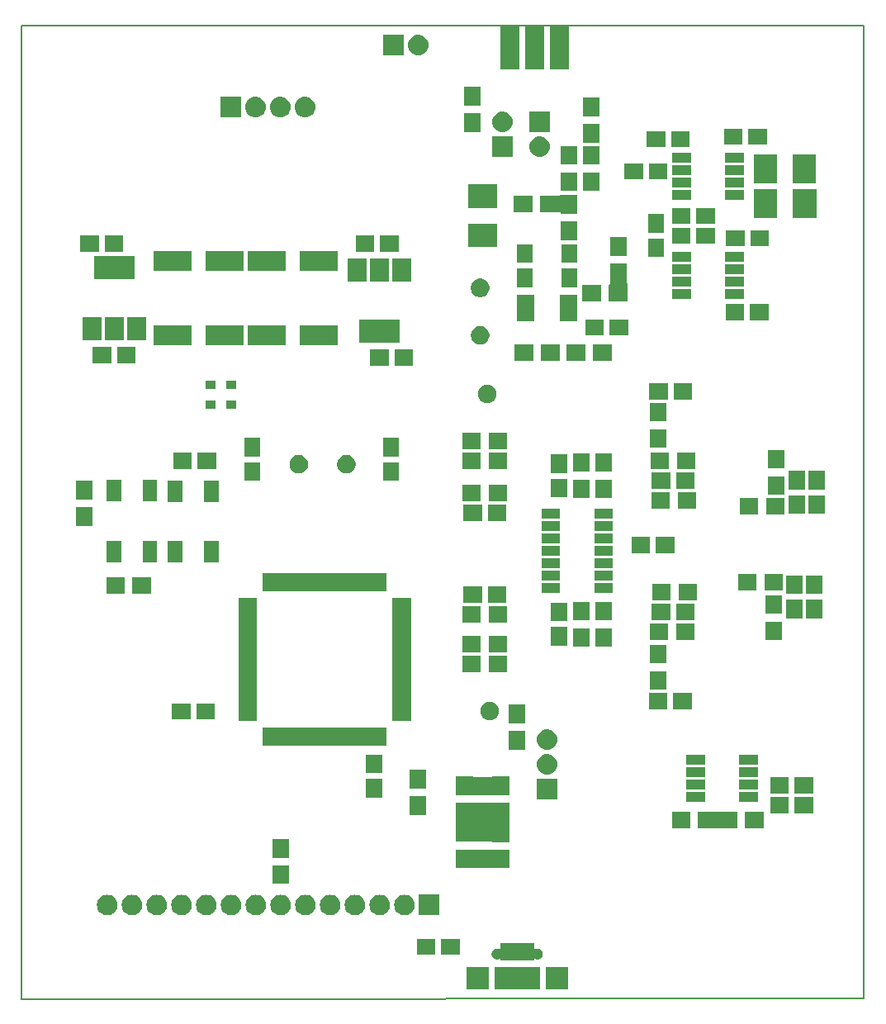
<source format=gts>
G04 #@! TF.GenerationSoftware,KiCad,Pcbnew,(5.0.1)-3*
G04 #@! TF.CreationDate,2018-12-03T23:59:26+01:00*
G04 #@! TF.ProjectId,antennaanalyzernx,616E74656E6E61616E616C797A65726E,rev?*
G04 #@! TF.SameCoordinates,Original*
G04 #@! TF.FileFunction,Soldermask,Top*
G04 #@! TF.FilePolarity,Negative*
%FSLAX46Y46*%
G04 Gerber Fmt 4.6, Leading zero omitted, Abs format (unit mm)*
G04 Created by KiCad (PCBNEW (5.0.1)-3) date 2018-12-03 23:59:26*
%MOMM*%
%LPD*%
G01*
G04 APERTURE LIST*
%ADD10C,0.150000*%
%ADD11C,0.100000*%
G04 APERTURE END LIST*
D10*
X21336000Y-119811800D02*
X21336000Y-19989800D01*
X107696000Y-119781800D02*
X21336000Y-119811800D01*
X107696000Y-19989800D02*
X107696000Y-119781800D01*
X21336000Y-19989800D02*
X107696000Y-19989800D01*
D11*
G36*
X69236000Y-118810800D02*
X66936000Y-118810800D01*
X66936000Y-116510800D01*
X69236000Y-116510800D01*
X69236000Y-118810800D01*
X69236000Y-118810800D01*
G37*
G36*
X74486000Y-118810800D02*
X69786000Y-118810800D01*
X69786000Y-116510800D01*
X74486000Y-116510800D01*
X74486000Y-118810800D01*
X74486000Y-118810800D01*
G37*
G36*
X77336000Y-118810800D02*
X75036000Y-118810800D01*
X75036000Y-116510800D01*
X77336000Y-116510800D01*
X77336000Y-118810800D01*
X77336000Y-118810800D01*
G37*
G36*
X73836000Y-114583739D02*
X73838402Y-114608125D01*
X73845515Y-114631574D01*
X73857066Y-114653185D01*
X73872612Y-114672127D01*
X73891554Y-114687673D01*
X73913165Y-114699224D01*
X73936614Y-114706337D01*
X73961000Y-114708739D01*
X73985386Y-114706337D01*
X74008831Y-114699225D01*
X74050571Y-114681936D01*
X74121410Y-114667845D01*
X74156829Y-114660800D01*
X74265171Y-114660800D01*
X74300590Y-114667845D01*
X74371429Y-114681936D01*
X74471523Y-114723397D01*
X74561607Y-114783589D01*
X74638211Y-114860193D01*
X74638213Y-114860196D01*
X74698403Y-114950277D01*
X74739864Y-115050371D01*
X74761000Y-115156630D01*
X74761000Y-115264970D01*
X74739864Y-115371229D01*
X74698403Y-115471323D01*
X74638211Y-115561407D01*
X74561607Y-115638011D01*
X74561604Y-115638013D01*
X74471523Y-115698203D01*
X74371429Y-115739664D01*
X74322120Y-115749472D01*
X74265171Y-115760800D01*
X74156829Y-115760800D01*
X74099880Y-115749472D01*
X74050571Y-115739664D01*
X74008831Y-115722375D01*
X73985387Y-115715263D01*
X73961000Y-115712861D01*
X73936614Y-115715263D01*
X73913165Y-115722376D01*
X73891554Y-115733927D01*
X73872612Y-115749472D01*
X73857066Y-115768415D01*
X73845515Y-115790025D01*
X73838402Y-115813474D01*
X73836000Y-115837861D01*
X73836000Y-115860800D01*
X70436000Y-115860800D01*
X70436000Y-115837861D01*
X70433598Y-115813475D01*
X70426485Y-115790026D01*
X70414934Y-115768415D01*
X70399388Y-115749473D01*
X70380446Y-115733927D01*
X70358835Y-115722376D01*
X70335386Y-115715263D01*
X70311000Y-115712861D01*
X70286614Y-115715263D01*
X70263169Y-115722375D01*
X70221429Y-115739664D01*
X70172120Y-115749472D01*
X70115171Y-115760800D01*
X70006829Y-115760800D01*
X69949880Y-115749472D01*
X69900571Y-115739664D01*
X69800477Y-115698203D01*
X69710396Y-115638013D01*
X69710393Y-115638011D01*
X69633789Y-115561407D01*
X69573597Y-115471323D01*
X69532136Y-115371229D01*
X69511000Y-115264970D01*
X69511000Y-115156630D01*
X69532136Y-115050371D01*
X69573597Y-114950277D01*
X69633787Y-114860196D01*
X69633789Y-114860193D01*
X69710393Y-114783589D01*
X69800477Y-114723397D01*
X69900571Y-114681936D01*
X69971410Y-114667845D01*
X70006829Y-114660800D01*
X70115171Y-114660800D01*
X70150590Y-114667845D01*
X70221429Y-114681936D01*
X70263169Y-114699225D01*
X70286613Y-114706337D01*
X70311000Y-114708739D01*
X70335386Y-114706337D01*
X70358835Y-114699224D01*
X70380446Y-114687673D01*
X70399388Y-114672128D01*
X70414934Y-114653185D01*
X70426485Y-114631575D01*
X70433598Y-114608126D01*
X70436000Y-114583739D01*
X70436000Y-114110800D01*
X73836000Y-114110800D01*
X73836000Y-114583739D01*
X73836000Y-114583739D01*
G37*
G36*
X66228000Y-115302800D02*
X64328000Y-115302800D01*
X64328000Y-113652800D01*
X66228000Y-113652800D01*
X66228000Y-115302800D01*
X66228000Y-115302800D01*
G37*
G36*
X63728000Y-115302800D02*
X61828000Y-115302800D01*
X61828000Y-113652800D01*
X63728000Y-113652800D01*
X63728000Y-115302800D01*
X63728000Y-115302800D01*
G37*
G36*
X50534707Y-109139396D02*
X50611836Y-109146993D01*
X50743787Y-109187020D01*
X50809763Y-109207033D01*
X50992172Y-109304533D01*
X51152054Y-109435746D01*
X51283267Y-109595628D01*
X51380767Y-109778037D01*
X51380767Y-109778038D01*
X51440807Y-109975964D01*
X51461080Y-110181800D01*
X51440807Y-110387636D01*
X51400780Y-110519587D01*
X51380767Y-110585563D01*
X51283267Y-110767972D01*
X51152054Y-110927854D01*
X50992172Y-111059067D01*
X50809763Y-111156567D01*
X50743787Y-111176580D01*
X50611836Y-111216607D01*
X50534707Y-111224204D01*
X50457580Y-111231800D01*
X50354420Y-111231800D01*
X50277293Y-111224204D01*
X50200164Y-111216607D01*
X50068213Y-111176580D01*
X50002237Y-111156567D01*
X49819828Y-111059067D01*
X49659946Y-110927854D01*
X49528733Y-110767972D01*
X49431233Y-110585563D01*
X49411220Y-110519587D01*
X49371193Y-110387636D01*
X49350920Y-110181800D01*
X49371193Y-109975964D01*
X49431233Y-109778038D01*
X49431233Y-109778037D01*
X49528733Y-109595628D01*
X49659946Y-109435746D01*
X49819828Y-109304533D01*
X50002237Y-109207033D01*
X50068213Y-109187020D01*
X50200164Y-109146993D01*
X50277293Y-109139396D01*
X50354420Y-109131800D01*
X50457580Y-109131800D01*
X50534707Y-109139396D01*
X50534707Y-109139396D01*
G37*
G36*
X60694707Y-109139396D02*
X60771836Y-109146993D01*
X60903787Y-109187020D01*
X60969763Y-109207033D01*
X61152172Y-109304533D01*
X61312054Y-109435746D01*
X61443267Y-109595628D01*
X61540767Y-109778037D01*
X61540767Y-109778038D01*
X61600807Y-109975964D01*
X61621080Y-110181800D01*
X61600807Y-110387636D01*
X61560780Y-110519587D01*
X61540767Y-110585563D01*
X61443267Y-110767972D01*
X61312054Y-110927854D01*
X61152172Y-111059067D01*
X60969763Y-111156567D01*
X60903787Y-111176580D01*
X60771836Y-111216607D01*
X60694707Y-111224204D01*
X60617580Y-111231800D01*
X60514420Y-111231800D01*
X60437293Y-111224204D01*
X60360164Y-111216607D01*
X60228213Y-111176580D01*
X60162237Y-111156567D01*
X59979828Y-111059067D01*
X59819946Y-110927854D01*
X59688733Y-110767972D01*
X59591233Y-110585563D01*
X59571220Y-110519587D01*
X59531193Y-110387636D01*
X59510920Y-110181800D01*
X59531193Y-109975964D01*
X59591233Y-109778038D01*
X59591233Y-109778037D01*
X59688733Y-109595628D01*
X59819946Y-109435746D01*
X59979828Y-109304533D01*
X60162237Y-109207033D01*
X60228213Y-109187020D01*
X60360164Y-109146993D01*
X60437293Y-109139396D01*
X60514420Y-109131800D01*
X60617580Y-109131800D01*
X60694707Y-109139396D01*
X60694707Y-109139396D01*
G37*
G36*
X58154707Y-109139396D02*
X58231836Y-109146993D01*
X58363787Y-109187020D01*
X58429763Y-109207033D01*
X58612172Y-109304533D01*
X58772054Y-109435746D01*
X58903267Y-109595628D01*
X59000767Y-109778037D01*
X59000767Y-109778038D01*
X59060807Y-109975964D01*
X59081080Y-110181800D01*
X59060807Y-110387636D01*
X59020780Y-110519587D01*
X59000767Y-110585563D01*
X58903267Y-110767972D01*
X58772054Y-110927854D01*
X58612172Y-111059067D01*
X58429763Y-111156567D01*
X58363787Y-111176580D01*
X58231836Y-111216607D01*
X58154707Y-111224204D01*
X58077580Y-111231800D01*
X57974420Y-111231800D01*
X57897293Y-111224204D01*
X57820164Y-111216607D01*
X57688213Y-111176580D01*
X57622237Y-111156567D01*
X57439828Y-111059067D01*
X57279946Y-110927854D01*
X57148733Y-110767972D01*
X57051233Y-110585563D01*
X57031220Y-110519587D01*
X56991193Y-110387636D01*
X56970920Y-110181800D01*
X56991193Y-109975964D01*
X57051233Y-109778038D01*
X57051233Y-109778037D01*
X57148733Y-109595628D01*
X57279946Y-109435746D01*
X57439828Y-109304533D01*
X57622237Y-109207033D01*
X57688213Y-109187020D01*
X57820164Y-109146993D01*
X57897293Y-109139396D01*
X57974420Y-109131800D01*
X58077580Y-109131800D01*
X58154707Y-109139396D01*
X58154707Y-109139396D01*
G37*
G36*
X55614707Y-109139396D02*
X55691836Y-109146993D01*
X55823787Y-109187020D01*
X55889763Y-109207033D01*
X56072172Y-109304533D01*
X56232054Y-109435746D01*
X56363267Y-109595628D01*
X56460767Y-109778037D01*
X56460767Y-109778038D01*
X56520807Y-109975964D01*
X56541080Y-110181800D01*
X56520807Y-110387636D01*
X56480780Y-110519587D01*
X56460767Y-110585563D01*
X56363267Y-110767972D01*
X56232054Y-110927854D01*
X56072172Y-111059067D01*
X55889763Y-111156567D01*
X55823787Y-111176580D01*
X55691836Y-111216607D01*
X55614707Y-111224204D01*
X55537580Y-111231800D01*
X55434420Y-111231800D01*
X55357293Y-111224204D01*
X55280164Y-111216607D01*
X55148213Y-111176580D01*
X55082237Y-111156567D01*
X54899828Y-111059067D01*
X54739946Y-110927854D01*
X54608733Y-110767972D01*
X54511233Y-110585563D01*
X54491220Y-110519587D01*
X54451193Y-110387636D01*
X54430920Y-110181800D01*
X54451193Y-109975964D01*
X54511233Y-109778038D01*
X54511233Y-109778037D01*
X54608733Y-109595628D01*
X54739946Y-109435746D01*
X54899828Y-109304533D01*
X55082237Y-109207033D01*
X55148213Y-109187020D01*
X55280164Y-109146993D01*
X55357293Y-109139396D01*
X55434420Y-109131800D01*
X55537580Y-109131800D01*
X55614707Y-109139396D01*
X55614707Y-109139396D01*
G37*
G36*
X53074707Y-109139396D02*
X53151836Y-109146993D01*
X53283787Y-109187020D01*
X53349763Y-109207033D01*
X53532172Y-109304533D01*
X53692054Y-109435746D01*
X53823267Y-109595628D01*
X53920767Y-109778037D01*
X53920767Y-109778038D01*
X53980807Y-109975964D01*
X54001080Y-110181800D01*
X53980807Y-110387636D01*
X53940780Y-110519587D01*
X53920767Y-110585563D01*
X53823267Y-110767972D01*
X53692054Y-110927854D01*
X53532172Y-111059067D01*
X53349763Y-111156567D01*
X53283787Y-111176580D01*
X53151836Y-111216607D01*
X53074707Y-111224204D01*
X52997580Y-111231800D01*
X52894420Y-111231800D01*
X52817293Y-111224204D01*
X52740164Y-111216607D01*
X52608213Y-111176580D01*
X52542237Y-111156567D01*
X52359828Y-111059067D01*
X52199946Y-110927854D01*
X52068733Y-110767972D01*
X51971233Y-110585563D01*
X51951220Y-110519587D01*
X51911193Y-110387636D01*
X51890920Y-110181800D01*
X51911193Y-109975964D01*
X51971233Y-109778038D01*
X51971233Y-109778037D01*
X52068733Y-109595628D01*
X52199946Y-109435746D01*
X52359828Y-109304533D01*
X52542237Y-109207033D01*
X52608213Y-109187020D01*
X52740164Y-109146993D01*
X52817293Y-109139396D01*
X52894420Y-109131800D01*
X52997580Y-109131800D01*
X53074707Y-109139396D01*
X53074707Y-109139396D01*
G37*
G36*
X64156000Y-111231800D02*
X62056000Y-111231800D01*
X62056000Y-109131800D01*
X64156000Y-109131800D01*
X64156000Y-111231800D01*
X64156000Y-111231800D01*
G37*
G36*
X45454707Y-109139396D02*
X45531836Y-109146993D01*
X45663787Y-109187020D01*
X45729763Y-109207033D01*
X45912172Y-109304533D01*
X46072054Y-109435746D01*
X46203267Y-109595628D01*
X46300767Y-109778037D01*
X46300767Y-109778038D01*
X46360807Y-109975964D01*
X46381080Y-110181800D01*
X46360807Y-110387636D01*
X46320780Y-110519587D01*
X46300767Y-110585563D01*
X46203267Y-110767972D01*
X46072054Y-110927854D01*
X45912172Y-111059067D01*
X45729763Y-111156567D01*
X45663787Y-111176580D01*
X45531836Y-111216607D01*
X45454707Y-111224204D01*
X45377580Y-111231800D01*
X45274420Y-111231800D01*
X45197293Y-111224204D01*
X45120164Y-111216607D01*
X44988213Y-111176580D01*
X44922237Y-111156567D01*
X44739828Y-111059067D01*
X44579946Y-110927854D01*
X44448733Y-110767972D01*
X44351233Y-110585563D01*
X44331220Y-110519587D01*
X44291193Y-110387636D01*
X44270920Y-110181800D01*
X44291193Y-109975964D01*
X44351233Y-109778038D01*
X44351233Y-109778037D01*
X44448733Y-109595628D01*
X44579946Y-109435746D01*
X44739828Y-109304533D01*
X44922237Y-109207033D01*
X44988213Y-109187020D01*
X45120164Y-109146993D01*
X45197293Y-109139396D01*
X45274420Y-109131800D01*
X45377580Y-109131800D01*
X45454707Y-109139396D01*
X45454707Y-109139396D01*
G37*
G36*
X40374707Y-109139396D02*
X40451836Y-109146993D01*
X40583787Y-109187020D01*
X40649763Y-109207033D01*
X40832172Y-109304533D01*
X40992054Y-109435746D01*
X41123267Y-109595628D01*
X41220767Y-109778037D01*
X41220767Y-109778038D01*
X41280807Y-109975964D01*
X41301080Y-110181800D01*
X41280807Y-110387636D01*
X41240780Y-110519587D01*
X41220767Y-110585563D01*
X41123267Y-110767972D01*
X40992054Y-110927854D01*
X40832172Y-111059067D01*
X40649763Y-111156567D01*
X40583787Y-111176580D01*
X40451836Y-111216607D01*
X40374707Y-111224204D01*
X40297580Y-111231800D01*
X40194420Y-111231800D01*
X40117293Y-111224204D01*
X40040164Y-111216607D01*
X39908213Y-111176580D01*
X39842237Y-111156567D01*
X39659828Y-111059067D01*
X39499946Y-110927854D01*
X39368733Y-110767972D01*
X39271233Y-110585563D01*
X39251220Y-110519587D01*
X39211193Y-110387636D01*
X39190920Y-110181800D01*
X39211193Y-109975964D01*
X39271233Y-109778038D01*
X39271233Y-109778037D01*
X39368733Y-109595628D01*
X39499946Y-109435746D01*
X39659828Y-109304533D01*
X39842237Y-109207033D01*
X39908213Y-109187020D01*
X40040164Y-109146993D01*
X40117293Y-109139396D01*
X40194420Y-109131800D01*
X40297580Y-109131800D01*
X40374707Y-109139396D01*
X40374707Y-109139396D01*
G37*
G36*
X37834707Y-109139396D02*
X37911836Y-109146993D01*
X38043787Y-109187020D01*
X38109763Y-109207033D01*
X38292172Y-109304533D01*
X38452054Y-109435746D01*
X38583267Y-109595628D01*
X38680767Y-109778037D01*
X38680767Y-109778038D01*
X38740807Y-109975964D01*
X38761080Y-110181800D01*
X38740807Y-110387636D01*
X38700780Y-110519587D01*
X38680767Y-110585563D01*
X38583267Y-110767972D01*
X38452054Y-110927854D01*
X38292172Y-111059067D01*
X38109763Y-111156567D01*
X38043787Y-111176580D01*
X37911836Y-111216607D01*
X37834707Y-111224204D01*
X37757580Y-111231800D01*
X37654420Y-111231800D01*
X37577293Y-111224204D01*
X37500164Y-111216607D01*
X37368213Y-111176580D01*
X37302237Y-111156567D01*
X37119828Y-111059067D01*
X36959946Y-110927854D01*
X36828733Y-110767972D01*
X36731233Y-110585563D01*
X36711220Y-110519587D01*
X36671193Y-110387636D01*
X36650920Y-110181800D01*
X36671193Y-109975964D01*
X36731233Y-109778038D01*
X36731233Y-109778037D01*
X36828733Y-109595628D01*
X36959946Y-109435746D01*
X37119828Y-109304533D01*
X37302237Y-109207033D01*
X37368213Y-109187020D01*
X37500164Y-109146993D01*
X37577293Y-109139396D01*
X37654420Y-109131800D01*
X37757580Y-109131800D01*
X37834707Y-109139396D01*
X37834707Y-109139396D01*
G37*
G36*
X35294707Y-109139396D02*
X35371836Y-109146993D01*
X35503787Y-109187020D01*
X35569763Y-109207033D01*
X35752172Y-109304533D01*
X35912054Y-109435746D01*
X36043267Y-109595628D01*
X36140767Y-109778037D01*
X36140767Y-109778038D01*
X36200807Y-109975964D01*
X36221080Y-110181800D01*
X36200807Y-110387636D01*
X36160780Y-110519587D01*
X36140767Y-110585563D01*
X36043267Y-110767972D01*
X35912054Y-110927854D01*
X35752172Y-111059067D01*
X35569763Y-111156567D01*
X35503787Y-111176580D01*
X35371836Y-111216607D01*
X35294707Y-111224204D01*
X35217580Y-111231800D01*
X35114420Y-111231800D01*
X35037293Y-111224204D01*
X34960164Y-111216607D01*
X34828213Y-111176580D01*
X34762237Y-111156567D01*
X34579828Y-111059067D01*
X34419946Y-110927854D01*
X34288733Y-110767972D01*
X34191233Y-110585563D01*
X34171220Y-110519587D01*
X34131193Y-110387636D01*
X34110920Y-110181800D01*
X34131193Y-109975964D01*
X34191233Y-109778038D01*
X34191233Y-109778037D01*
X34288733Y-109595628D01*
X34419946Y-109435746D01*
X34579828Y-109304533D01*
X34762237Y-109207033D01*
X34828213Y-109187020D01*
X34960164Y-109146993D01*
X35037293Y-109139396D01*
X35114420Y-109131800D01*
X35217580Y-109131800D01*
X35294707Y-109139396D01*
X35294707Y-109139396D01*
G37*
G36*
X32754707Y-109139396D02*
X32831836Y-109146993D01*
X32963787Y-109187020D01*
X33029763Y-109207033D01*
X33212172Y-109304533D01*
X33372054Y-109435746D01*
X33503267Y-109595628D01*
X33600767Y-109778037D01*
X33600767Y-109778038D01*
X33660807Y-109975964D01*
X33681080Y-110181800D01*
X33660807Y-110387636D01*
X33620780Y-110519587D01*
X33600767Y-110585563D01*
X33503267Y-110767972D01*
X33372054Y-110927854D01*
X33212172Y-111059067D01*
X33029763Y-111156567D01*
X32963787Y-111176580D01*
X32831836Y-111216607D01*
X32754707Y-111224204D01*
X32677580Y-111231800D01*
X32574420Y-111231800D01*
X32497293Y-111224204D01*
X32420164Y-111216607D01*
X32288213Y-111176580D01*
X32222237Y-111156567D01*
X32039828Y-111059067D01*
X31879946Y-110927854D01*
X31748733Y-110767972D01*
X31651233Y-110585563D01*
X31631220Y-110519587D01*
X31591193Y-110387636D01*
X31570920Y-110181800D01*
X31591193Y-109975964D01*
X31651233Y-109778038D01*
X31651233Y-109778037D01*
X31748733Y-109595628D01*
X31879946Y-109435746D01*
X32039828Y-109304533D01*
X32222237Y-109207033D01*
X32288213Y-109187020D01*
X32420164Y-109146993D01*
X32497293Y-109139396D01*
X32574420Y-109131800D01*
X32677580Y-109131800D01*
X32754707Y-109139396D01*
X32754707Y-109139396D01*
G37*
G36*
X30214707Y-109139396D02*
X30291836Y-109146993D01*
X30423787Y-109187020D01*
X30489763Y-109207033D01*
X30672172Y-109304533D01*
X30832054Y-109435746D01*
X30963267Y-109595628D01*
X31060767Y-109778037D01*
X31060767Y-109778038D01*
X31120807Y-109975964D01*
X31141080Y-110181800D01*
X31120807Y-110387636D01*
X31080780Y-110519587D01*
X31060767Y-110585563D01*
X30963267Y-110767972D01*
X30832054Y-110927854D01*
X30672172Y-111059067D01*
X30489763Y-111156567D01*
X30423787Y-111176580D01*
X30291836Y-111216607D01*
X30214707Y-111224204D01*
X30137580Y-111231800D01*
X30034420Y-111231800D01*
X29957293Y-111224204D01*
X29880164Y-111216607D01*
X29748213Y-111176580D01*
X29682237Y-111156567D01*
X29499828Y-111059067D01*
X29339946Y-110927854D01*
X29208733Y-110767972D01*
X29111233Y-110585563D01*
X29091220Y-110519587D01*
X29051193Y-110387636D01*
X29030920Y-110181800D01*
X29051193Y-109975964D01*
X29111233Y-109778038D01*
X29111233Y-109778037D01*
X29208733Y-109595628D01*
X29339946Y-109435746D01*
X29499828Y-109304533D01*
X29682237Y-109207033D01*
X29748213Y-109187020D01*
X29880164Y-109146993D01*
X29957293Y-109139396D01*
X30034420Y-109131800D01*
X30137580Y-109131800D01*
X30214707Y-109139396D01*
X30214707Y-109139396D01*
G37*
G36*
X47994707Y-109139396D02*
X48071836Y-109146993D01*
X48203787Y-109187020D01*
X48269763Y-109207033D01*
X48452172Y-109304533D01*
X48612054Y-109435746D01*
X48743267Y-109595628D01*
X48840767Y-109778037D01*
X48840767Y-109778038D01*
X48900807Y-109975964D01*
X48921080Y-110181800D01*
X48900807Y-110387636D01*
X48860780Y-110519587D01*
X48840767Y-110585563D01*
X48743267Y-110767972D01*
X48612054Y-110927854D01*
X48452172Y-111059067D01*
X48269763Y-111156567D01*
X48203787Y-111176580D01*
X48071836Y-111216607D01*
X47994707Y-111224204D01*
X47917580Y-111231800D01*
X47814420Y-111231800D01*
X47737293Y-111224204D01*
X47660164Y-111216607D01*
X47528213Y-111176580D01*
X47462237Y-111156567D01*
X47279828Y-111059067D01*
X47119946Y-110927854D01*
X46988733Y-110767972D01*
X46891233Y-110585563D01*
X46871220Y-110519587D01*
X46831193Y-110387636D01*
X46810920Y-110181800D01*
X46831193Y-109975964D01*
X46891233Y-109778038D01*
X46891233Y-109778037D01*
X46988733Y-109595628D01*
X47119946Y-109435746D01*
X47279828Y-109304533D01*
X47462237Y-109207033D01*
X47528213Y-109187020D01*
X47660164Y-109146993D01*
X47737293Y-109139396D01*
X47814420Y-109131800D01*
X47917580Y-109131800D01*
X47994707Y-109139396D01*
X47994707Y-109139396D01*
G37*
G36*
X42914707Y-109139396D02*
X42991836Y-109146993D01*
X43123787Y-109187020D01*
X43189763Y-109207033D01*
X43372172Y-109304533D01*
X43532054Y-109435746D01*
X43663267Y-109595628D01*
X43760767Y-109778037D01*
X43760767Y-109778038D01*
X43820807Y-109975964D01*
X43841080Y-110181800D01*
X43820807Y-110387636D01*
X43780780Y-110519587D01*
X43760767Y-110585563D01*
X43663267Y-110767972D01*
X43532054Y-110927854D01*
X43372172Y-111059067D01*
X43189763Y-111156567D01*
X43123787Y-111176580D01*
X42991836Y-111216607D01*
X42914707Y-111224204D01*
X42837580Y-111231800D01*
X42734420Y-111231800D01*
X42657293Y-111224204D01*
X42580164Y-111216607D01*
X42448213Y-111176580D01*
X42382237Y-111156567D01*
X42199828Y-111059067D01*
X42039946Y-110927854D01*
X41908733Y-110767972D01*
X41811233Y-110585563D01*
X41791220Y-110519587D01*
X41751193Y-110387636D01*
X41730920Y-110181800D01*
X41751193Y-109975964D01*
X41811233Y-109778038D01*
X41811233Y-109778037D01*
X41908733Y-109595628D01*
X42039946Y-109435746D01*
X42199828Y-109304533D01*
X42382237Y-109207033D01*
X42448213Y-109187020D01*
X42580164Y-109146993D01*
X42657293Y-109139396D01*
X42734420Y-109131800D01*
X42837580Y-109131800D01*
X42914707Y-109139396D01*
X42914707Y-109139396D01*
G37*
G36*
X48736000Y-108031800D02*
X47036000Y-108031800D01*
X47036000Y-106131800D01*
X48736000Y-106131800D01*
X48736000Y-108031800D01*
X48736000Y-108031800D01*
G37*
G36*
X69519565Y-104512699D02*
X69543014Y-104519812D01*
X69567400Y-104522214D01*
X71362400Y-104522214D01*
X71362400Y-106422214D01*
X69586142Y-106422214D01*
X69585235Y-106421729D01*
X69561786Y-106414616D01*
X69537400Y-106412214D01*
X65802400Y-106412214D01*
X65802400Y-104512214D01*
X69518658Y-104512214D01*
X69519565Y-104512699D01*
X69519565Y-104512699D01*
G37*
G36*
X48736000Y-105331800D02*
X47036000Y-105331800D01*
X47036000Y-103431800D01*
X48736000Y-103431800D01*
X48736000Y-105331800D01*
X48736000Y-105331800D01*
G37*
G36*
X71322400Y-101697214D02*
X71324802Y-101721600D01*
X71331915Y-101745049D01*
X71343466Y-101766660D01*
X71359012Y-101785602D01*
X71362400Y-101788383D01*
X71362400Y-103722214D01*
X69586142Y-103722214D01*
X69585235Y-103721729D01*
X69561786Y-103714616D01*
X69537400Y-103712214D01*
X65802400Y-103712214D01*
X65802400Y-101735956D01*
X65802885Y-101735049D01*
X65809998Y-101711600D01*
X65812400Y-101687214D01*
X65812400Y-99722214D01*
X67588658Y-99722214D01*
X67589565Y-99722699D01*
X67613014Y-99729812D01*
X67637400Y-99732214D01*
X69497400Y-99732214D01*
X69521786Y-99729812D01*
X69545235Y-99722699D01*
X69564852Y-99712214D01*
X71322400Y-99712214D01*
X71322400Y-101697214D01*
X71322400Y-101697214D01*
G37*
G36*
X89878200Y-102315000D02*
X87978200Y-102315000D01*
X87978200Y-100615000D01*
X89878200Y-100615000D01*
X89878200Y-102315000D01*
X89878200Y-102315000D01*
G37*
G36*
X94704200Y-102315000D02*
X90678200Y-102315000D01*
X90678200Y-100615000D01*
X94704200Y-100615000D01*
X94704200Y-102315000D01*
X94704200Y-102315000D01*
G37*
G36*
X97404200Y-102315000D02*
X95504200Y-102315000D01*
X95504200Y-100615000D01*
X97404200Y-100615000D01*
X97404200Y-102315000D01*
X97404200Y-102315000D01*
G37*
G36*
X62826000Y-100949800D02*
X61126000Y-100949800D01*
X61126000Y-99049800D01*
X62826000Y-99049800D01*
X62826000Y-100949800D01*
X62826000Y-100949800D01*
G37*
G36*
X102484200Y-100766000D02*
X100584200Y-100766000D01*
X100584200Y-99116000D01*
X102484200Y-99116000D01*
X102484200Y-100766000D01*
X102484200Y-100766000D01*
G37*
G36*
X99984200Y-100766000D02*
X98084200Y-100766000D01*
X98084200Y-99116000D01*
X99984200Y-99116000D01*
X99984200Y-100766000D01*
X99984200Y-100766000D01*
G37*
G36*
X91389200Y-99620000D02*
X89439200Y-99620000D01*
X89439200Y-98620000D01*
X91389200Y-98620000D01*
X91389200Y-99620000D01*
X91389200Y-99620000D01*
G37*
G36*
X96789200Y-99620000D02*
X94839200Y-99620000D01*
X94839200Y-98620000D01*
X96789200Y-98620000D01*
X96789200Y-99620000D01*
X96789200Y-99620000D01*
G37*
G36*
X76234000Y-99348000D02*
X74134000Y-99348000D01*
X74134000Y-97248000D01*
X76234000Y-97248000D01*
X76234000Y-99348000D01*
X76234000Y-99348000D01*
G37*
G36*
X58287500Y-99145800D02*
X56637500Y-99145800D01*
X56637500Y-97245800D01*
X58287500Y-97245800D01*
X58287500Y-99145800D01*
X58287500Y-99145800D01*
G37*
G36*
X71322400Y-98912214D02*
X69567400Y-98912214D01*
X69543014Y-98914616D01*
X69519565Y-98921729D01*
X69499948Y-98932214D01*
X67666142Y-98932214D01*
X67665235Y-98931729D01*
X67641786Y-98924616D01*
X67617400Y-98922214D01*
X65812400Y-98922214D01*
X65812400Y-97022214D01*
X67588658Y-97022214D01*
X67589565Y-97022699D01*
X67613014Y-97029812D01*
X67637400Y-97032214D01*
X69497400Y-97032214D01*
X69521786Y-97029812D01*
X69545235Y-97022699D01*
X69564852Y-97012214D01*
X71322400Y-97012214D01*
X71322400Y-98912214D01*
X71322400Y-98912214D01*
G37*
G36*
X102484200Y-98734000D02*
X100584200Y-98734000D01*
X100584200Y-97084000D01*
X102484200Y-97084000D01*
X102484200Y-98734000D01*
X102484200Y-98734000D01*
G37*
G36*
X99984200Y-98734000D02*
X98084200Y-98734000D01*
X98084200Y-97084000D01*
X99984200Y-97084000D01*
X99984200Y-98734000D01*
X99984200Y-98734000D01*
G37*
G36*
X96789200Y-98350000D02*
X94839200Y-98350000D01*
X94839200Y-97350000D01*
X96789200Y-97350000D01*
X96789200Y-98350000D01*
X96789200Y-98350000D01*
G37*
G36*
X91389200Y-98350000D02*
X89439200Y-98350000D01*
X89439200Y-97350000D01*
X91389200Y-97350000D01*
X91389200Y-98350000D01*
X91389200Y-98350000D01*
G37*
G36*
X62826000Y-98249800D02*
X61126000Y-98249800D01*
X61126000Y-96349800D01*
X62826000Y-96349800D01*
X62826000Y-98249800D01*
X62826000Y-98249800D01*
G37*
G36*
X96789200Y-97080000D02*
X94839200Y-97080000D01*
X94839200Y-96080000D01*
X96789200Y-96080000D01*
X96789200Y-97080000D01*
X96789200Y-97080000D01*
G37*
G36*
X91389200Y-97080000D02*
X89439200Y-97080000D01*
X89439200Y-96080000D01*
X91389200Y-96080000D01*
X91389200Y-97080000D01*
X91389200Y-97080000D01*
G37*
G36*
X75312707Y-94715597D02*
X75389836Y-94723193D01*
X75521787Y-94763220D01*
X75587763Y-94783233D01*
X75770172Y-94880733D01*
X75930054Y-95011946D01*
X76061267Y-95171828D01*
X76158767Y-95354237D01*
X76158767Y-95354238D01*
X76218807Y-95552164D01*
X76239080Y-95758000D01*
X76218807Y-95963836D01*
X76183569Y-96080000D01*
X76158767Y-96161763D01*
X76061267Y-96344172D01*
X75930054Y-96504054D01*
X75770172Y-96635267D01*
X75587763Y-96732767D01*
X75521787Y-96752780D01*
X75389836Y-96792807D01*
X75312707Y-96800403D01*
X75235580Y-96808000D01*
X75132420Y-96808000D01*
X75055293Y-96800403D01*
X74978164Y-96792807D01*
X74846213Y-96752780D01*
X74780237Y-96732767D01*
X74597828Y-96635267D01*
X74437946Y-96504054D01*
X74306733Y-96344172D01*
X74209233Y-96161763D01*
X74184431Y-96080000D01*
X74149193Y-95963836D01*
X74128920Y-95758000D01*
X74149193Y-95552164D01*
X74209233Y-95354238D01*
X74209233Y-95354237D01*
X74306733Y-95171828D01*
X74437946Y-95011946D01*
X74597828Y-94880733D01*
X74780237Y-94783233D01*
X74846213Y-94763220D01*
X74978164Y-94723193D01*
X75055293Y-94715597D01*
X75132420Y-94708000D01*
X75235580Y-94708000D01*
X75312707Y-94715597D01*
X75312707Y-94715597D01*
G37*
G36*
X58287500Y-96645800D02*
X56637500Y-96645800D01*
X56637500Y-94745800D01*
X58287500Y-94745800D01*
X58287500Y-96645800D01*
X58287500Y-96645800D01*
G37*
G36*
X91389200Y-95810000D02*
X89439200Y-95810000D01*
X89439200Y-94810000D01*
X91389200Y-94810000D01*
X91389200Y-95810000D01*
X91389200Y-95810000D01*
G37*
G36*
X96789200Y-95810000D02*
X94839200Y-95810000D01*
X94839200Y-94810000D01*
X96789200Y-94810000D01*
X96789200Y-95810000D01*
X96789200Y-95810000D01*
G37*
G36*
X75312707Y-92175596D02*
X75389836Y-92183193D01*
X75521787Y-92223220D01*
X75587763Y-92243233D01*
X75770172Y-92340733D01*
X75930054Y-92471946D01*
X76061267Y-92631828D01*
X76158767Y-92814237D01*
X76158767Y-92814238D01*
X76218807Y-93012164D01*
X76239080Y-93218000D01*
X76218807Y-93423836D01*
X76178780Y-93555787D01*
X76158767Y-93621763D01*
X76061267Y-93804172D01*
X75930054Y-93964054D01*
X75770172Y-94095267D01*
X75587763Y-94192767D01*
X75521787Y-94212780D01*
X75389836Y-94252807D01*
X75312707Y-94260403D01*
X75235580Y-94268000D01*
X75132420Y-94268000D01*
X75055293Y-94260403D01*
X74978164Y-94252807D01*
X74846213Y-94212780D01*
X74780237Y-94192767D01*
X74597828Y-94095267D01*
X74437946Y-93964054D01*
X74306733Y-93804172D01*
X74209233Y-93621763D01*
X74189220Y-93555787D01*
X74149193Y-93423836D01*
X74128920Y-93218000D01*
X74149193Y-93012164D01*
X74209233Y-92814238D01*
X74209233Y-92814237D01*
X74306733Y-92631828D01*
X74437946Y-92471946D01*
X74597828Y-92340733D01*
X74780237Y-92243233D01*
X74846213Y-92223220D01*
X74978164Y-92183193D01*
X75055293Y-92175596D01*
X75132420Y-92168000D01*
X75235580Y-92168000D01*
X75312707Y-92175596D01*
X75312707Y-92175596D01*
G37*
G36*
X72986000Y-94251800D02*
X71286000Y-94251800D01*
X71286000Y-92351800D01*
X72986000Y-92351800D01*
X72986000Y-94251800D01*
X72986000Y-94251800D01*
G37*
G36*
X58722500Y-93857800D02*
X46042500Y-93857800D01*
X46042500Y-91957800D01*
X58722500Y-91957800D01*
X58722500Y-93857800D01*
X58722500Y-93857800D01*
G37*
G36*
X72986000Y-91551800D02*
X71286000Y-91551800D01*
X71286000Y-89651800D01*
X72986000Y-89651800D01*
X72986000Y-91551800D01*
X72986000Y-91551800D01*
G37*
G36*
X45432500Y-91347800D02*
X43532500Y-91347800D01*
X43532500Y-78667800D01*
X45432500Y-78667800D01*
X45432500Y-91347800D01*
X45432500Y-91347800D01*
G37*
G36*
X61232500Y-91347800D02*
X59332500Y-91347800D01*
X59332500Y-78667800D01*
X61232500Y-78667800D01*
X61232500Y-91347800D01*
X61232500Y-91347800D01*
G37*
G36*
X69456458Y-89361385D02*
X69594112Y-89388766D01*
X69767001Y-89460379D01*
X69922597Y-89564345D01*
X70054920Y-89696668D01*
X70158886Y-89852264D01*
X70230499Y-90025153D01*
X70267007Y-90208691D01*
X70267007Y-90395825D01*
X70230499Y-90579363D01*
X70158886Y-90752252D01*
X70054920Y-90907848D01*
X69922597Y-91040171D01*
X69767001Y-91144137D01*
X69594112Y-91215750D01*
X69456459Y-91243131D01*
X69410575Y-91252258D01*
X69223439Y-91252258D01*
X69177555Y-91243131D01*
X69039902Y-91215750D01*
X68867013Y-91144137D01*
X68711417Y-91040171D01*
X68579094Y-90907848D01*
X68475128Y-90752252D01*
X68403515Y-90579363D01*
X68367007Y-90395825D01*
X68367007Y-90208691D01*
X68403515Y-90025153D01*
X68475128Y-89852264D01*
X68579094Y-89696668D01*
X68711417Y-89564345D01*
X68867013Y-89460379D01*
X69039902Y-89388766D01*
X69177556Y-89361385D01*
X69223439Y-89352258D01*
X69410575Y-89352258D01*
X69456458Y-89361385D01*
X69456458Y-89361385D01*
G37*
G36*
X38640500Y-91166800D02*
X36740500Y-91166800D01*
X36740500Y-89516800D01*
X38640500Y-89516800D01*
X38640500Y-91166800D01*
X38640500Y-91166800D01*
G37*
G36*
X41140500Y-91166800D02*
X39240500Y-91166800D01*
X39240500Y-89516800D01*
X41140500Y-89516800D01*
X41140500Y-91166800D01*
X41140500Y-91166800D01*
G37*
G36*
X90039007Y-90111258D02*
X88139007Y-90111258D01*
X88139007Y-88461258D01*
X90039007Y-88461258D01*
X90039007Y-90111258D01*
X90039007Y-90111258D01*
G37*
G36*
X87539007Y-90111258D02*
X85639007Y-90111258D01*
X85639007Y-88461258D01*
X87539007Y-88461258D01*
X87539007Y-90111258D01*
X87539007Y-90111258D01*
G37*
G36*
X87439007Y-88110258D02*
X85739007Y-88110258D01*
X85739007Y-86210258D01*
X87439007Y-86210258D01*
X87439007Y-88110258D01*
X87439007Y-88110258D01*
G37*
G36*
X71109007Y-86326258D02*
X69209007Y-86326258D01*
X69209007Y-84626258D01*
X71109007Y-84626258D01*
X71109007Y-86326258D01*
X71109007Y-86326258D01*
G37*
G36*
X68409007Y-86326258D02*
X66509007Y-86326258D01*
X66509007Y-84626258D01*
X68409007Y-84626258D01*
X68409007Y-86326258D01*
X68409007Y-86326258D01*
G37*
G36*
X87439007Y-85410258D02*
X85739007Y-85410258D01*
X85739007Y-83510258D01*
X87439007Y-83510258D01*
X87439007Y-85410258D01*
X87439007Y-85410258D01*
G37*
G36*
X71109007Y-84294258D02*
X69209007Y-84294258D01*
X69209007Y-82594258D01*
X71109007Y-82594258D01*
X71109007Y-84294258D01*
X71109007Y-84294258D01*
G37*
G36*
X68409007Y-84294258D02*
X66509007Y-84294258D01*
X66509007Y-82594258D01*
X68409007Y-82594258D01*
X68409007Y-84294258D01*
X68409007Y-84294258D01*
G37*
G36*
X79565007Y-83712258D02*
X77865007Y-83712258D01*
X77865007Y-81812258D01*
X79565007Y-81812258D01*
X79565007Y-83712258D01*
X79565007Y-83712258D01*
G37*
G36*
X81851007Y-83712258D02*
X80151007Y-83712258D01*
X80151007Y-81812258D01*
X81851007Y-81812258D01*
X81851007Y-83712258D01*
X81851007Y-83712258D01*
G37*
G36*
X77254007Y-83592258D02*
X75604007Y-83592258D01*
X75604007Y-81692258D01*
X77254007Y-81692258D01*
X77254007Y-83592258D01*
X77254007Y-83592258D01*
G37*
G36*
X99265007Y-83030258D02*
X97565007Y-83030258D01*
X97565007Y-81130258D01*
X99265007Y-81130258D01*
X99265007Y-83030258D01*
X99265007Y-83030258D01*
G37*
G36*
X87633007Y-83024258D02*
X85733007Y-83024258D01*
X85733007Y-81324258D01*
X87633007Y-81324258D01*
X87633007Y-83024258D01*
X87633007Y-83024258D01*
G37*
G36*
X90333007Y-83024258D02*
X88433007Y-83024258D01*
X88433007Y-81324258D01*
X90333007Y-81324258D01*
X90333007Y-83024258D01*
X90333007Y-83024258D01*
G37*
G36*
X71109007Y-81246258D02*
X69209007Y-81246258D01*
X69209007Y-79546258D01*
X71109007Y-79546258D01*
X71109007Y-81246258D01*
X71109007Y-81246258D01*
G37*
G36*
X68409007Y-81246258D02*
X66509007Y-81246258D01*
X66509007Y-79546258D01*
X68409007Y-79546258D01*
X68409007Y-81246258D01*
X68409007Y-81246258D01*
G37*
G36*
X77254007Y-81092258D02*
X75604007Y-81092258D01*
X75604007Y-79192258D01*
X77254007Y-79192258D01*
X77254007Y-81092258D01*
X77254007Y-81092258D01*
G37*
G36*
X81851007Y-81012258D02*
X80151007Y-81012258D01*
X80151007Y-79112258D01*
X81851007Y-79112258D01*
X81851007Y-81012258D01*
X81851007Y-81012258D01*
G37*
G36*
X79565007Y-81012258D02*
X77865007Y-81012258D01*
X77865007Y-79112258D01*
X79565007Y-79112258D01*
X79565007Y-81012258D01*
X79565007Y-81012258D01*
G37*
G36*
X90333007Y-80967258D02*
X88433007Y-80967258D01*
X88433007Y-79317258D01*
X90333007Y-79317258D01*
X90333007Y-80967258D01*
X90333007Y-80967258D01*
G37*
G36*
X87833007Y-80967258D02*
X85933007Y-80967258D01*
X85933007Y-79317258D01*
X87833007Y-79317258D01*
X87833007Y-80967258D01*
X87833007Y-80967258D01*
G37*
G36*
X103416007Y-80798258D02*
X101766007Y-80798258D01*
X101766007Y-78898258D01*
X103416007Y-78898258D01*
X103416007Y-80798258D01*
X103416007Y-80798258D01*
G37*
G36*
X101384007Y-80798258D02*
X99734007Y-80798258D01*
X99734007Y-78898258D01*
X101384007Y-78898258D01*
X101384007Y-80798258D01*
X101384007Y-80798258D01*
G37*
G36*
X99265007Y-80330258D02*
X97565007Y-80330258D01*
X97565007Y-78430258D01*
X99265007Y-78430258D01*
X99265007Y-80330258D01*
X99265007Y-80330258D01*
G37*
G36*
X71009007Y-79189258D02*
X69109007Y-79189258D01*
X69109007Y-77539258D01*
X71009007Y-77539258D01*
X71009007Y-79189258D01*
X71009007Y-79189258D01*
G37*
G36*
X68509007Y-79189258D02*
X66609007Y-79189258D01*
X66609007Y-77539258D01*
X68509007Y-77539258D01*
X68509007Y-79189258D01*
X68509007Y-79189258D01*
G37*
G36*
X90587007Y-78960258D02*
X88687007Y-78960258D01*
X88687007Y-77260258D01*
X90587007Y-77260258D01*
X90587007Y-78960258D01*
X90587007Y-78960258D01*
G37*
G36*
X87887007Y-78960258D02*
X85987007Y-78960258D01*
X85987007Y-77260258D01*
X87887007Y-77260258D01*
X87887007Y-78960258D01*
X87887007Y-78960258D01*
G37*
G36*
X103416007Y-78298258D02*
X101766007Y-78298258D01*
X101766007Y-76398258D01*
X103416007Y-76398258D01*
X103416007Y-78298258D01*
X103416007Y-78298258D01*
G37*
G36*
X101384007Y-78298258D02*
X99734007Y-78298258D01*
X99734007Y-76398258D01*
X101384007Y-76398258D01*
X101384007Y-78298258D01*
X101384007Y-78298258D01*
G37*
G36*
X31883400Y-78294600D02*
X29983400Y-78294600D01*
X29983400Y-76594600D01*
X31883400Y-76594600D01*
X31883400Y-78294600D01*
X31883400Y-78294600D01*
G37*
G36*
X34583400Y-78294600D02*
X32683400Y-78294600D01*
X32683400Y-76594600D01*
X34583400Y-76594600D01*
X34583400Y-78294600D01*
X34583400Y-78294600D01*
G37*
G36*
X76523007Y-78170258D02*
X74623007Y-78170258D01*
X74623007Y-77170258D01*
X76523007Y-77170258D01*
X76523007Y-78170258D01*
X76523007Y-78170258D01*
G37*
G36*
X81923007Y-78170258D02*
X80023007Y-78170258D01*
X80023007Y-77170258D01*
X81923007Y-77170258D01*
X81923007Y-78170258D01*
X81923007Y-78170258D01*
G37*
G36*
X58722500Y-78057800D02*
X46042500Y-78057800D01*
X46042500Y-76157800D01*
X58722500Y-76157800D01*
X58722500Y-78057800D01*
X58722500Y-78057800D01*
G37*
G36*
X96683007Y-77944258D02*
X94783007Y-77944258D01*
X94783007Y-76244258D01*
X96683007Y-76244258D01*
X96683007Y-77944258D01*
X96683007Y-77944258D01*
G37*
G36*
X99383007Y-77944258D02*
X97483007Y-77944258D01*
X97483007Y-76244258D01*
X99383007Y-76244258D01*
X99383007Y-77944258D01*
X99383007Y-77944258D01*
G37*
G36*
X81923007Y-76900258D02*
X80023007Y-76900258D01*
X80023007Y-75900258D01*
X81923007Y-75900258D01*
X81923007Y-76900258D01*
X81923007Y-76900258D01*
G37*
G36*
X76523007Y-76900258D02*
X74623007Y-76900258D01*
X74623007Y-75900258D01*
X76523007Y-75900258D01*
X76523007Y-76900258D01*
X76523007Y-76900258D01*
G37*
G36*
X76523007Y-75630258D02*
X74623007Y-75630258D01*
X74623007Y-74630258D01*
X76523007Y-74630258D01*
X76523007Y-75630258D01*
X76523007Y-75630258D01*
G37*
G36*
X81923007Y-75630258D02*
X80023007Y-75630258D01*
X80023007Y-74630258D01*
X81923007Y-74630258D01*
X81923007Y-75630258D01*
X81923007Y-75630258D01*
G37*
G36*
X37820500Y-75035800D02*
X36320500Y-75035800D01*
X36320500Y-72835800D01*
X37820500Y-72835800D01*
X37820500Y-75035800D01*
X37820500Y-75035800D01*
G37*
G36*
X41520500Y-75035800D02*
X40020500Y-75035800D01*
X40020500Y-72835800D01*
X41520500Y-72835800D01*
X41520500Y-75035800D01*
X41520500Y-75035800D01*
G37*
G36*
X35209400Y-75016400D02*
X33709400Y-75016400D01*
X33709400Y-72816400D01*
X35209400Y-72816400D01*
X35209400Y-75016400D01*
X35209400Y-75016400D01*
G37*
G36*
X31509400Y-75016400D02*
X30009400Y-75016400D01*
X30009400Y-72816400D01*
X31509400Y-72816400D01*
X31509400Y-75016400D01*
X31509400Y-75016400D01*
G37*
G36*
X81923007Y-74360258D02*
X80023007Y-74360258D01*
X80023007Y-73360258D01*
X81923007Y-73360258D01*
X81923007Y-74360258D01*
X81923007Y-74360258D01*
G37*
G36*
X76523007Y-74360258D02*
X74623007Y-74360258D01*
X74623007Y-73360258D01*
X76523007Y-73360258D01*
X76523007Y-74360258D01*
X76523007Y-74360258D01*
G37*
G36*
X88261007Y-74109258D02*
X86361007Y-74109258D01*
X86361007Y-72459258D01*
X88261007Y-72459258D01*
X88261007Y-74109258D01*
X88261007Y-74109258D01*
G37*
G36*
X85761007Y-74109258D02*
X83861007Y-74109258D01*
X83861007Y-72459258D01*
X85761007Y-72459258D01*
X85761007Y-74109258D01*
X85761007Y-74109258D01*
G37*
G36*
X81923007Y-73090258D02*
X80023007Y-73090258D01*
X80023007Y-72090258D01*
X81923007Y-72090258D01*
X81923007Y-73090258D01*
X81923007Y-73090258D01*
G37*
G36*
X76523007Y-73090258D02*
X74623007Y-73090258D01*
X74623007Y-72090258D01*
X76523007Y-72090258D01*
X76523007Y-73090258D01*
X76523007Y-73090258D01*
G37*
G36*
X81923007Y-71820258D02*
X80023007Y-71820258D01*
X80023007Y-70820258D01*
X81923007Y-70820258D01*
X81923007Y-71820258D01*
X81923007Y-71820258D01*
G37*
G36*
X76523007Y-71820258D02*
X74623007Y-71820258D01*
X74623007Y-70820258D01*
X76523007Y-70820258D01*
X76523007Y-71820258D01*
X76523007Y-71820258D01*
G37*
G36*
X28561400Y-71315600D02*
X26861400Y-71315600D01*
X26861400Y-69415600D01*
X28561400Y-69415600D01*
X28561400Y-71315600D01*
X28561400Y-71315600D01*
G37*
G36*
X68509007Y-70807258D02*
X66609007Y-70807258D01*
X66609007Y-69157258D01*
X68509007Y-69157258D01*
X68509007Y-70807258D01*
X68509007Y-70807258D01*
G37*
G36*
X71009007Y-70807258D02*
X69109007Y-70807258D01*
X69109007Y-69157258D01*
X71009007Y-69157258D01*
X71009007Y-70807258D01*
X71009007Y-70807258D01*
G37*
G36*
X76523007Y-70550258D02*
X74623007Y-70550258D01*
X74623007Y-69550258D01*
X76523007Y-69550258D01*
X76523007Y-70550258D01*
X76523007Y-70550258D01*
G37*
G36*
X81923007Y-70550258D02*
X80023007Y-70550258D01*
X80023007Y-69550258D01*
X81923007Y-69550258D01*
X81923007Y-70550258D01*
X81923007Y-70550258D01*
G37*
G36*
X96859007Y-70124258D02*
X94959007Y-70124258D01*
X94959007Y-68424258D01*
X96859007Y-68424258D01*
X96859007Y-70124258D01*
X96859007Y-70124258D01*
G37*
G36*
X99559007Y-70124258D02*
X97659007Y-70124258D01*
X97659007Y-68424258D01*
X99559007Y-68424258D01*
X99559007Y-70124258D01*
X99559007Y-70124258D01*
G37*
G36*
X101638007Y-70100258D02*
X99988007Y-70100258D01*
X99988007Y-68200258D01*
X101638007Y-68200258D01*
X101638007Y-70100258D01*
X101638007Y-70100258D01*
G37*
G36*
X103670007Y-70094258D02*
X102020007Y-70094258D01*
X102020007Y-68194258D01*
X103670007Y-68194258D01*
X103670007Y-70094258D01*
X103670007Y-70094258D01*
G37*
G36*
X87793007Y-69562258D02*
X85893007Y-69562258D01*
X85893007Y-67862258D01*
X87793007Y-67862258D01*
X87793007Y-69562258D01*
X87793007Y-69562258D01*
G37*
G36*
X90493007Y-69562258D02*
X88593007Y-69562258D01*
X88593007Y-67862258D01*
X90493007Y-67862258D01*
X90493007Y-69562258D01*
X90493007Y-69562258D01*
G37*
G36*
X37820500Y-68835800D02*
X36320500Y-68835800D01*
X36320500Y-66635800D01*
X37820500Y-66635800D01*
X37820500Y-68835800D01*
X37820500Y-68835800D01*
G37*
G36*
X41520500Y-68835800D02*
X40020500Y-68835800D01*
X40020500Y-66635800D01*
X41520500Y-66635800D01*
X41520500Y-68835800D01*
X41520500Y-68835800D01*
G37*
G36*
X35209400Y-68816400D02*
X33709400Y-68816400D01*
X33709400Y-66616400D01*
X35209400Y-66616400D01*
X35209400Y-68816400D01*
X35209400Y-68816400D01*
G37*
G36*
X31509400Y-68816400D02*
X30009400Y-68816400D01*
X30009400Y-66616400D01*
X31509400Y-66616400D01*
X31509400Y-68816400D01*
X31509400Y-68816400D01*
G37*
G36*
X68409007Y-68800258D02*
X66509007Y-68800258D01*
X66509007Y-67100258D01*
X68409007Y-67100258D01*
X68409007Y-68800258D01*
X68409007Y-68800258D01*
G37*
G36*
X71109007Y-68800258D02*
X69209007Y-68800258D01*
X69209007Y-67100258D01*
X71109007Y-67100258D01*
X71109007Y-68800258D01*
X71109007Y-68800258D01*
G37*
G36*
X28561400Y-68615600D02*
X26861400Y-68615600D01*
X26861400Y-66715600D01*
X28561400Y-66715600D01*
X28561400Y-68615600D01*
X28561400Y-68615600D01*
G37*
G36*
X79565007Y-68472258D02*
X77865007Y-68472258D01*
X77865007Y-66572258D01*
X79565007Y-66572258D01*
X79565007Y-68472258D01*
X79565007Y-68472258D01*
G37*
G36*
X81851007Y-68472258D02*
X80151007Y-68472258D01*
X80151007Y-66572258D01*
X81851007Y-66572258D01*
X81851007Y-68472258D01*
X81851007Y-68472258D01*
G37*
G36*
X77254007Y-68372258D02*
X75604007Y-68372258D01*
X75604007Y-66472258D01*
X77254007Y-66472258D01*
X77254007Y-68372258D01*
X77254007Y-68372258D01*
G37*
G36*
X99549007Y-68138258D02*
X97849007Y-68138258D01*
X97849007Y-66238258D01*
X99549007Y-66238258D01*
X99549007Y-68138258D01*
X99549007Y-68138258D01*
G37*
G36*
X101638007Y-67600258D02*
X99988007Y-67600258D01*
X99988007Y-65700258D01*
X101638007Y-65700258D01*
X101638007Y-67600258D01*
X101638007Y-67600258D01*
G37*
G36*
X103670007Y-67594258D02*
X102020007Y-67594258D01*
X102020007Y-65694258D01*
X103670007Y-65694258D01*
X103670007Y-67594258D01*
X103670007Y-67594258D01*
G37*
G36*
X87833007Y-67505258D02*
X85933007Y-67505258D01*
X85933007Y-65855258D01*
X87833007Y-65855258D01*
X87833007Y-67505258D01*
X87833007Y-67505258D01*
G37*
G36*
X90333007Y-67505258D02*
X88433007Y-67505258D01*
X88433007Y-65855258D01*
X90333007Y-65855258D01*
X90333007Y-67505258D01*
X90333007Y-67505258D01*
G37*
G36*
X60002000Y-66697300D02*
X58352000Y-66697300D01*
X58352000Y-64797300D01*
X60002000Y-64797300D01*
X60002000Y-66697300D01*
X60002000Y-66697300D01*
G37*
G36*
X45778000Y-66697300D02*
X44128000Y-66697300D01*
X44128000Y-64797300D01*
X45778000Y-64797300D01*
X45778000Y-66697300D01*
X45778000Y-66697300D01*
G37*
G36*
X54744451Y-64064427D02*
X54882105Y-64091808D01*
X55054994Y-64163421D01*
X55210590Y-64267387D01*
X55342913Y-64399710D01*
X55446879Y-64555306D01*
X55518492Y-64728195D01*
X55555000Y-64911733D01*
X55555000Y-65098867D01*
X55518492Y-65282405D01*
X55446879Y-65455294D01*
X55342913Y-65610890D01*
X55210590Y-65743213D01*
X55054994Y-65847179D01*
X54882105Y-65918792D01*
X54744452Y-65946173D01*
X54698568Y-65955300D01*
X54511432Y-65955300D01*
X54465548Y-65946173D01*
X54327895Y-65918792D01*
X54155006Y-65847179D01*
X53999410Y-65743213D01*
X53867087Y-65610890D01*
X53763121Y-65455294D01*
X53691508Y-65282405D01*
X53655000Y-65098867D01*
X53655000Y-64911733D01*
X53691508Y-64728195D01*
X53763121Y-64555306D01*
X53867087Y-64399710D01*
X53999410Y-64267387D01*
X54155006Y-64163421D01*
X54327895Y-64091808D01*
X54465549Y-64064427D01*
X54511432Y-64055300D01*
X54698568Y-64055300D01*
X54744451Y-64064427D01*
X54744451Y-64064427D01*
G37*
G36*
X49864451Y-64064427D02*
X50002105Y-64091808D01*
X50174994Y-64163421D01*
X50330590Y-64267387D01*
X50462913Y-64399710D01*
X50566879Y-64555306D01*
X50638492Y-64728195D01*
X50675000Y-64911733D01*
X50675000Y-65098867D01*
X50638492Y-65282405D01*
X50566879Y-65455294D01*
X50462913Y-65610890D01*
X50330590Y-65743213D01*
X50174994Y-65847179D01*
X50002105Y-65918792D01*
X49864452Y-65946173D01*
X49818568Y-65955300D01*
X49631432Y-65955300D01*
X49585548Y-65946173D01*
X49447895Y-65918792D01*
X49275006Y-65847179D01*
X49119410Y-65743213D01*
X48987087Y-65610890D01*
X48883121Y-65455294D01*
X48811508Y-65282405D01*
X48775000Y-65098867D01*
X48775000Y-64911733D01*
X48811508Y-64728195D01*
X48883121Y-64555306D01*
X48987087Y-64399710D01*
X49119410Y-64267387D01*
X49275006Y-64163421D01*
X49447895Y-64091808D01*
X49585549Y-64064427D01*
X49631432Y-64055300D01*
X49818568Y-64055300D01*
X49864451Y-64064427D01*
X49864451Y-64064427D01*
G37*
G36*
X77254007Y-65872258D02*
X75604007Y-65872258D01*
X75604007Y-63972258D01*
X77254007Y-63972258D01*
X77254007Y-65872258D01*
X77254007Y-65872258D01*
G37*
G36*
X79565007Y-65772258D02*
X77865007Y-65772258D01*
X77865007Y-63872258D01*
X79565007Y-63872258D01*
X79565007Y-65772258D01*
X79565007Y-65772258D01*
G37*
G36*
X81851007Y-65772258D02*
X80151007Y-65772258D01*
X80151007Y-63872258D01*
X81851007Y-63872258D01*
X81851007Y-65772258D01*
X81851007Y-65772258D01*
G37*
G36*
X87713007Y-65498258D02*
X85813007Y-65498258D01*
X85813007Y-63798258D01*
X87713007Y-63798258D01*
X87713007Y-65498258D01*
X87713007Y-65498258D01*
G37*
G36*
X71109007Y-65498258D02*
X69209007Y-65498258D01*
X69209007Y-63798258D01*
X71109007Y-63798258D01*
X71109007Y-65498258D01*
X71109007Y-65498258D01*
G37*
G36*
X90413007Y-65498258D02*
X88513007Y-65498258D01*
X88513007Y-63798258D01*
X90413007Y-63798258D01*
X90413007Y-65498258D01*
X90413007Y-65498258D01*
G37*
G36*
X68409007Y-65498258D02*
X66509007Y-65498258D01*
X66509007Y-63798258D01*
X68409007Y-63798258D01*
X68409007Y-65498258D01*
X68409007Y-65498258D01*
G37*
G36*
X38767500Y-65449300D02*
X36867500Y-65449300D01*
X36867500Y-63799300D01*
X38767500Y-63799300D01*
X38767500Y-65449300D01*
X38767500Y-65449300D01*
G37*
G36*
X41267500Y-65449300D02*
X39367500Y-65449300D01*
X39367500Y-63799300D01*
X41267500Y-63799300D01*
X41267500Y-65449300D01*
X41267500Y-65449300D01*
G37*
G36*
X99549007Y-65438258D02*
X97849007Y-65438258D01*
X97849007Y-63538258D01*
X99549007Y-63538258D01*
X99549007Y-65438258D01*
X99549007Y-65438258D01*
G37*
G36*
X45778000Y-64197300D02*
X44128000Y-64197300D01*
X44128000Y-62297300D01*
X45778000Y-62297300D01*
X45778000Y-64197300D01*
X45778000Y-64197300D01*
G37*
G36*
X60002000Y-64197300D02*
X58352000Y-64197300D01*
X58352000Y-62297300D01*
X60002000Y-62297300D01*
X60002000Y-64197300D01*
X60002000Y-64197300D01*
G37*
G36*
X71109007Y-63466258D02*
X69209007Y-63466258D01*
X69209007Y-61766258D01*
X71109007Y-61766258D01*
X71109007Y-63466258D01*
X71109007Y-63466258D01*
G37*
G36*
X68409007Y-63466258D02*
X66509007Y-63466258D01*
X66509007Y-61766258D01*
X68409007Y-61766258D01*
X68409007Y-63466258D01*
X68409007Y-63466258D01*
G37*
G36*
X87439007Y-63312258D02*
X85739007Y-63312258D01*
X85739007Y-61412258D01*
X87439007Y-61412258D01*
X87439007Y-63312258D01*
X87439007Y-63312258D01*
G37*
G36*
X87439007Y-60612258D02*
X85739007Y-60612258D01*
X85739007Y-58712258D01*
X87439007Y-58712258D01*
X87439007Y-60612258D01*
X87439007Y-60612258D01*
G37*
G36*
X41199400Y-59308800D02*
X40199400Y-59308800D01*
X40199400Y-58458800D01*
X41199400Y-58458800D01*
X41199400Y-59308800D01*
X41199400Y-59308800D01*
G37*
G36*
X43299400Y-59308800D02*
X42299400Y-59308800D01*
X42299400Y-58458800D01*
X43299400Y-58458800D01*
X43299400Y-59308800D01*
X43299400Y-59308800D01*
G37*
G36*
X69202459Y-56849385D02*
X69340112Y-56876766D01*
X69513001Y-56948379D01*
X69668597Y-57052345D01*
X69800920Y-57184668D01*
X69904886Y-57340264D01*
X69976499Y-57513153D01*
X70013007Y-57696691D01*
X70013007Y-57883825D01*
X69976499Y-58067363D01*
X69904886Y-58240252D01*
X69800920Y-58395848D01*
X69668597Y-58528171D01*
X69513001Y-58632137D01*
X69340112Y-58703750D01*
X69202459Y-58731131D01*
X69156575Y-58740258D01*
X68969439Y-58740258D01*
X68923555Y-58731131D01*
X68785902Y-58703750D01*
X68613013Y-58632137D01*
X68457417Y-58528171D01*
X68325094Y-58395848D01*
X68221128Y-58240252D01*
X68149515Y-58067363D01*
X68113007Y-57883825D01*
X68113007Y-57696691D01*
X68149515Y-57513153D01*
X68221128Y-57340264D01*
X68325094Y-57184668D01*
X68457417Y-57052345D01*
X68613013Y-56948379D01*
X68785902Y-56876766D01*
X68923555Y-56849385D01*
X68969439Y-56840258D01*
X69156575Y-56840258D01*
X69202459Y-56849385D01*
X69202459Y-56849385D01*
G37*
G36*
X90079007Y-58361258D02*
X88179007Y-58361258D01*
X88179007Y-56711258D01*
X90079007Y-56711258D01*
X90079007Y-58361258D01*
X90079007Y-58361258D01*
G37*
G36*
X87579007Y-58361258D02*
X85679007Y-58361258D01*
X85679007Y-56711258D01*
X87579007Y-56711258D01*
X87579007Y-58361258D01*
X87579007Y-58361258D01*
G37*
G36*
X43299400Y-57276800D02*
X42299400Y-57276800D01*
X42299400Y-56426800D01*
X43299400Y-56426800D01*
X43299400Y-57276800D01*
X43299400Y-57276800D01*
G37*
G36*
X41199400Y-57276800D02*
X40199400Y-57276800D01*
X40199400Y-56426800D01*
X41199400Y-56426800D01*
X41199400Y-57276800D01*
X41199400Y-57276800D01*
G37*
G36*
X61455400Y-54882800D02*
X59555400Y-54882800D01*
X59555400Y-53232800D01*
X61455400Y-53232800D01*
X61455400Y-54882800D01*
X61455400Y-54882800D01*
G37*
G36*
X58955400Y-54882800D02*
X57055400Y-54882800D01*
X57055400Y-53232800D01*
X58955400Y-53232800D01*
X58955400Y-54882800D01*
X58955400Y-54882800D01*
G37*
G36*
X30507400Y-54628800D02*
X28607400Y-54628800D01*
X28607400Y-52978800D01*
X30507400Y-52978800D01*
X30507400Y-54628800D01*
X30507400Y-54628800D01*
G37*
G36*
X33007400Y-54628800D02*
X31107400Y-54628800D01*
X31107400Y-52978800D01*
X33007400Y-52978800D01*
X33007400Y-54628800D01*
X33007400Y-54628800D01*
G37*
G36*
X81802000Y-54367800D02*
X79902000Y-54367800D01*
X79902000Y-52667800D01*
X81802000Y-52667800D01*
X81802000Y-54367800D01*
X81802000Y-54367800D01*
G37*
G36*
X79102000Y-54367800D02*
X77202000Y-54367800D01*
X77202000Y-52667800D01*
X79102000Y-52667800D01*
X79102000Y-54367800D01*
X79102000Y-54367800D01*
G37*
G36*
X76468000Y-54367800D02*
X74568000Y-54367800D01*
X74568000Y-52667800D01*
X76468000Y-52667800D01*
X76468000Y-54367800D01*
X76468000Y-54367800D01*
G37*
G36*
X73768000Y-54367800D02*
X71868000Y-54367800D01*
X71868000Y-52667800D01*
X73768000Y-52667800D01*
X73768000Y-54367800D01*
X73768000Y-54367800D01*
G37*
G36*
X38713400Y-52771800D02*
X34813400Y-52771800D01*
X34813400Y-50771800D01*
X38713400Y-50771800D01*
X38713400Y-52771800D01*
X38713400Y-52771800D01*
G37*
G36*
X44113400Y-52771800D02*
X40213400Y-52771800D01*
X40213400Y-50771800D01*
X44113400Y-50771800D01*
X44113400Y-52771800D01*
X44113400Y-52771800D01*
G37*
G36*
X48365400Y-52771800D02*
X44465400Y-52771800D01*
X44465400Y-50771800D01*
X48365400Y-50771800D01*
X48365400Y-52771800D01*
X48365400Y-52771800D01*
G37*
G36*
X53765400Y-52771800D02*
X49865400Y-52771800D01*
X49865400Y-50771800D01*
X53765400Y-50771800D01*
X53765400Y-52771800D01*
X53765400Y-52771800D01*
G37*
G36*
X68465452Y-50852927D02*
X68603105Y-50880308D01*
X68775994Y-50951921D01*
X68931590Y-51055887D01*
X69063913Y-51188210D01*
X69167879Y-51343806D01*
X69239492Y-51516695D01*
X69276000Y-51700233D01*
X69276000Y-51887367D01*
X69239492Y-52070905D01*
X69167879Y-52243794D01*
X69063913Y-52399390D01*
X68931590Y-52531713D01*
X68775994Y-52635679D01*
X68603105Y-52707292D01*
X68465452Y-52734673D01*
X68419568Y-52743800D01*
X68232432Y-52743800D01*
X68186548Y-52734673D01*
X68048895Y-52707292D01*
X67876006Y-52635679D01*
X67720410Y-52531713D01*
X67588087Y-52399390D01*
X67484121Y-52243794D01*
X67412508Y-52070905D01*
X67376000Y-51887367D01*
X67376000Y-51700233D01*
X67412508Y-51516695D01*
X67484121Y-51343806D01*
X67588087Y-51188210D01*
X67720410Y-51055887D01*
X67876006Y-50951921D01*
X68048895Y-50880308D01*
X68186548Y-50852927D01*
X68232432Y-50843800D01*
X68419568Y-50843800D01*
X68465452Y-50852927D01*
X68465452Y-50852927D01*
G37*
G36*
X60105400Y-52565800D02*
X55905400Y-52565800D01*
X55905400Y-50165800D01*
X60105400Y-50165800D01*
X60105400Y-52565800D01*
X60105400Y-52565800D01*
G37*
G36*
X31777400Y-52311800D02*
X29877400Y-52311800D01*
X29877400Y-49911800D01*
X31777400Y-49911800D01*
X31777400Y-52311800D01*
X31777400Y-52311800D01*
G37*
G36*
X34077400Y-52311800D02*
X32177400Y-52311800D01*
X32177400Y-49911800D01*
X34077400Y-49911800D01*
X34077400Y-52311800D01*
X34077400Y-52311800D01*
G37*
G36*
X29477400Y-52311800D02*
X27577400Y-52311800D01*
X27577400Y-49911800D01*
X29477400Y-49911800D01*
X29477400Y-52311800D01*
X29477400Y-52311800D01*
G37*
G36*
X81000000Y-51802800D02*
X79100000Y-51802800D01*
X79100000Y-50152800D01*
X81000000Y-50152800D01*
X81000000Y-51802800D01*
X81000000Y-51802800D01*
G37*
G36*
X83500000Y-51802800D02*
X81600000Y-51802800D01*
X81600000Y-50152800D01*
X83500000Y-50152800D01*
X83500000Y-51802800D01*
X83500000Y-51802800D01*
G37*
G36*
X78284000Y-50295800D02*
X76484000Y-50295800D01*
X76484000Y-47595800D01*
X78284000Y-47595800D01*
X78284000Y-50295800D01*
X78284000Y-50295800D01*
G37*
G36*
X73884000Y-50295800D02*
X72084000Y-50295800D01*
X72084000Y-47595800D01*
X73884000Y-47595800D01*
X73884000Y-50295800D01*
X73884000Y-50295800D01*
G37*
G36*
X97906000Y-50246800D02*
X96006000Y-50246800D01*
X96006000Y-48596800D01*
X97906000Y-48596800D01*
X97906000Y-50246800D01*
X97906000Y-50246800D01*
G37*
G36*
X95406000Y-50246800D02*
X93506000Y-50246800D01*
X93506000Y-48596800D01*
X95406000Y-48596800D01*
X95406000Y-50246800D01*
X95406000Y-50246800D01*
G37*
G36*
X80706000Y-48271800D02*
X78806000Y-48271800D01*
X78806000Y-46571800D01*
X80706000Y-46571800D01*
X80706000Y-48271800D01*
X80706000Y-48271800D01*
G37*
G36*
X83400000Y-46446800D02*
X83402402Y-46471186D01*
X83406000Y-46483047D01*
X83406000Y-48271800D01*
X81506000Y-48271800D01*
X81506000Y-46571800D01*
X81575000Y-46571800D01*
X81599386Y-46569398D01*
X81622835Y-46562285D01*
X81644446Y-46550734D01*
X81663388Y-46535188D01*
X81678934Y-46516246D01*
X81690485Y-46494635D01*
X81697598Y-46471186D01*
X81700000Y-46446800D01*
X81700000Y-44439800D01*
X83400000Y-44439800D01*
X83400000Y-46446800D01*
X83400000Y-46446800D01*
G37*
G36*
X89969000Y-48048800D02*
X88019000Y-48048800D01*
X88019000Y-47048800D01*
X89969000Y-47048800D01*
X89969000Y-48048800D01*
X89969000Y-48048800D01*
G37*
G36*
X95369000Y-48048800D02*
X93419000Y-48048800D01*
X93419000Y-47048800D01*
X95369000Y-47048800D01*
X95369000Y-48048800D01*
X95369000Y-48048800D01*
G37*
G36*
X68465451Y-45972927D02*
X68603105Y-46000308D01*
X68775994Y-46071921D01*
X68931590Y-46175887D01*
X69063913Y-46308210D01*
X69167879Y-46463806D01*
X69239492Y-46636695D01*
X69276000Y-46820233D01*
X69276000Y-47007367D01*
X69239492Y-47190905D01*
X69167879Y-47363794D01*
X69063913Y-47519390D01*
X68931590Y-47651713D01*
X68775994Y-47755679D01*
X68603105Y-47827292D01*
X68465452Y-47854673D01*
X68419568Y-47863800D01*
X68232432Y-47863800D01*
X68186548Y-47854673D01*
X68048895Y-47827292D01*
X67876006Y-47755679D01*
X67720410Y-47651713D01*
X67588087Y-47519390D01*
X67484121Y-47363794D01*
X67412508Y-47190905D01*
X67376000Y-47007367D01*
X67376000Y-46820233D01*
X67412508Y-46636695D01*
X67484121Y-46463806D01*
X67588087Y-46308210D01*
X67720410Y-46175887D01*
X67876006Y-46071921D01*
X68048895Y-46000308D01*
X68186549Y-45972927D01*
X68232432Y-45963800D01*
X68419568Y-45963800D01*
X68465451Y-45972927D01*
X68465451Y-45972927D01*
G37*
G36*
X73723000Y-46847800D02*
X72073000Y-46847800D01*
X72073000Y-44947800D01*
X73723000Y-44947800D01*
X73723000Y-46847800D01*
X73723000Y-46847800D01*
G37*
G36*
X78295000Y-46847800D02*
X76645000Y-46847800D01*
X76645000Y-44947800D01*
X78295000Y-44947800D01*
X78295000Y-46847800D01*
X78295000Y-46847800D01*
G37*
G36*
X89969000Y-46778800D02*
X88019000Y-46778800D01*
X88019000Y-45778800D01*
X89969000Y-45778800D01*
X89969000Y-46778800D01*
X89969000Y-46778800D01*
G37*
G36*
X95369000Y-46778800D02*
X93419000Y-46778800D01*
X93419000Y-45778800D01*
X95369000Y-45778800D01*
X95369000Y-46778800D01*
X95369000Y-46778800D01*
G37*
G36*
X58955400Y-46265800D02*
X57055400Y-46265800D01*
X57055400Y-43865800D01*
X58955400Y-43865800D01*
X58955400Y-46265800D01*
X58955400Y-46265800D01*
G37*
G36*
X61255400Y-46265800D02*
X59355400Y-46265800D01*
X59355400Y-43865800D01*
X61255400Y-43865800D01*
X61255400Y-46265800D01*
X61255400Y-46265800D01*
G37*
G36*
X56655400Y-46265800D02*
X54755400Y-46265800D01*
X54755400Y-43865800D01*
X56655400Y-43865800D01*
X56655400Y-46265800D01*
X56655400Y-46265800D01*
G37*
G36*
X32927400Y-46011800D02*
X28727400Y-46011800D01*
X28727400Y-43611800D01*
X32927400Y-43611800D01*
X32927400Y-46011800D01*
X32927400Y-46011800D01*
G37*
G36*
X95369000Y-45508800D02*
X93419000Y-45508800D01*
X93419000Y-44508800D01*
X95369000Y-44508800D01*
X95369000Y-45508800D01*
X95369000Y-45508800D01*
G37*
G36*
X89969000Y-45508800D02*
X88019000Y-45508800D01*
X88019000Y-44508800D01*
X89969000Y-44508800D01*
X89969000Y-45508800D01*
X89969000Y-45508800D01*
G37*
G36*
X48365400Y-45151800D02*
X44465400Y-45151800D01*
X44465400Y-43151800D01*
X48365400Y-43151800D01*
X48365400Y-45151800D01*
X48365400Y-45151800D01*
G37*
G36*
X44113400Y-45151800D02*
X40213400Y-45151800D01*
X40213400Y-43151800D01*
X44113400Y-43151800D01*
X44113400Y-45151800D01*
X44113400Y-45151800D01*
G37*
G36*
X53765400Y-45151800D02*
X49865400Y-45151800D01*
X49865400Y-43151800D01*
X53765400Y-43151800D01*
X53765400Y-45151800D01*
X53765400Y-45151800D01*
G37*
G36*
X38713400Y-45151800D02*
X34813400Y-45151800D01*
X34813400Y-43151800D01*
X38713400Y-43151800D01*
X38713400Y-45151800D01*
X38713400Y-45151800D01*
G37*
G36*
X78295000Y-44347800D02*
X76645000Y-44347800D01*
X76645000Y-42447800D01*
X78295000Y-42447800D01*
X78295000Y-44347800D01*
X78295000Y-44347800D01*
G37*
G36*
X73723000Y-44347800D02*
X72073000Y-44347800D01*
X72073000Y-42447800D01*
X73723000Y-42447800D01*
X73723000Y-44347800D01*
X73723000Y-44347800D01*
G37*
G36*
X89969000Y-44238800D02*
X88019000Y-44238800D01*
X88019000Y-43238800D01*
X89969000Y-43238800D01*
X89969000Y-44238800D01*
X89969000Y-44238800D01*
G37*
G36*
X95369000Y-44238800D02*
X93419000Y-44238800D01*
X93419000Y-43238800D01*
X95369000Y-43238800D01*
X95369000Y-44238800D01*
X95369000Y-44238800D01*
G37*
G36*
X87185000Y-43759800D02*
X85535000Y-43759800D01*
X85535000Y-41859800D01*
X87185000Y-41859800D01*
X87185000Y-43759800D01*
X87185000Y-43759800D01*
G37*
G36*
X83400000Y-43639800D02*
X81700000Y-43639800D01*
X81700000Y-41739800D01*
X83400000Y-41739800D01*
X83400000Y-43639800D01*
X83400000Y-43639800D01*
G37*
G36*
X59971400Y-43198800D02*
X58071400Y-43198800D01*
X58071400Y-41548800D01*
X59971400Y-41548800D01*
X59971400Y-43198800D01*
X59971400Y-43198800D01*
G37*
G36*
X57471400Y-43198800D02*
X55571400Y-43198800D01*
X55571400Y-41548800D01*
X57471400Y-41548800D01*
X57471400Y-43198800D01*
X57471400Y-43198800D01*
G37*
G36*
X31737400Y-43198800D02*
X29837400Y-43198800D01*
X29837400Y-41548800D01*
X31737400Y-41548800D01*
X31737400Y-43198800D01*
X31737400Y-43198800D01*
G37*
G36*
X29237400Y-43198800D02*
X27337400Y-43198800D01*
X27337400Y-41548800D01*
X29237400Y-41548800D01*
X29237400Y-43198800D01*
X29237400Y-43198800D01*
G37*
G36*
X70030000Y-42715800D02*
X67130000Y-42715800D01*
X67130000Y-40315800D01*
X70030000Y-40315800D01*
X70030000Y-42715800D01*
X70030000Y-42715800D01*
G37*
G36*
X97938000Y-42658800D02*
X96038000Y-42658800D01*
X96038000Y-41008800D01*
X97938000Y-41008800D01*
X97938000Y-42658800D01*
X97938000Y-42658800D01*
G37*
G36*
X95438000Y-42658800D02*
X93538000Y-42658800D01*
X93538000Y-41008800D01*
X95438000Y-41008800D01*
X95438000Y-42658800D01*
X95438000Y-42658800D01*
G37*
G36*
X89890000Y-42404800D02*
X87990000Y-42404800D01*
X87990000Y-40754800D01*
X89890000Y-40754800D01*
X89890000Y-42404800D01*
X89890000Y-42404800D01*
G37*
G36*
X92390000Y-42404800D02*
X90490000Y-42404800D01*
X90490000Y-40754800D01*
X92390000Y-40754800D01*
X92390000Y-42404800D01*
X92390000Y-42404800D01*
G37*
G36*
X78320000Y-42021800D02*
X76620000Y-42021800D01*
X76620000Y-40121800D01*
X78320000Y-40121800D01*
X78320000Y-42021800D01*
X78320000Y-42021800D01*
G37*
G36*
X87185000Y-41259800D02*
X85535000Y-41259800D01*
X85535000Y-39359800D01*
X87185000Y-39359800D01*
X87185000Y-41259800D01*
X87185000Y-41259800D01*
G37*
G36*
X89890000Y-40372800D02*
X87990000Y-40372800D01*
X87990000Y-38722800D01*
X89890000Y-38722800D01*
X89890000Y-40372800D01*
X89890000Y-40372800D01*
G37*
G36*
X92390000Y-40372800D02*
X90490000Y-40372800D01*
X90490000Y-38722800D01*
X92390000Y-38722800D01*
X92390000Y-40372800D01*
X92390000Y-40372800D01*
G37*
G36*
X102800000Y-39727800D02*
X100400000Y-39727800D01*
X100400000Y-36827800D01*
X102800000Y-36827800D01*
X102800000Y-39727800D01*
X102800000Y-39727800D01*
G37*
G36*
X98800000Y-39727800D02*
X96400000Y-39727800D01*
X96400000Y-36827800D01*
X98800000Y-36827800D01*
X98800000Y-39727800D01*
X98800000Y-39727800D01*
G37*
G36*
X78320000Y-39321800D02*
X76620000Y-39321800D01*
X76620000Y-39252800D01*
X76617598Y-39228414D01*
X76610485Y-39204965D01*
X76598934Y-39183354D01*
X76583388Y-39164412D01*
X76564446Y-39148866D01*
X76542835Y-39137315D01*
X76519386Y-39130202D01*
X76495000Y-39127800D01*
X74488000Y-39127800D01*
X74488000Y-37427800D01*
X76495000Y-37427800D01*
X76519386Y-37425398D01*
X76531247Y-37421800D01*
X78320000Y-37421800D01*
X78320000Y-39321800D01*
X78320000Y-39321800D01*
G37*
G36*
X73688000Y-39127800D02*
X71788000Y-39127800D01*
X71788000Y-37427800D01*
X73688000Y-37427800D01*
X73688000Y-39127800D01*
X73688000Y-39127800D01*
G37*
G36*
X70030000Y-38715800D02*
X67130000Y-38715800D01*
X67130000Y-36315800D01*
X70030000Y-36315800D01*
X70030000Y-38715800D01*
X70030000Y-38715800D01*
G37*
G36*
X89969000Y-37888800D02*
X88019000Y-37888800D01*
X88019000Y-36888800D01*
X89969000Y-36888800D01*
X89969000Y-37888800D01*
X89969000Y-37888800D01*
G37*
G36*
X95369000Y-37888800D02*
X93419000Y-37888800D01*
X93419000Y-36888800D01*
X95369000Y-36888800D01*
X95369000Y-37888800D01*
X95369000Y-37888800D01*
G37*
G36*
X80606000Y-36955800D02*
X78906000Y-36955800D01*
X78906000Y-35055800D01*
X80606000Y-35055800D01*
X80606000Y-36955800D01*
X80606000Y-36955800D01*
G37*
G36*
X78320000Y-36955800D02*
X76620000Y-36955800D01*
X76620000Y-35055800D01*
X78320000Y-35055800D01*
X78320000Y-36955800D01*
X78320000Y-36955800D01*
G37*
G36*
X95369000Y-36618800D02*
X93419000Y-36618800D01*
X93419000Y-35618800D01*
X95369000Y-35618800D01*
X95369000Y-36618800D01*
X95369000Y-36618800D01*
G37*
G36*
X89969000Y-36618800D02*
X88019000Y-36618800D01*
X88019000Y-35618800D01*
X89969000Y-35618800D01*
X89969000Y-36618800D01*
X89969000Y-36618800D01*
G37*
G36*
X102768000Y-36171800D02*
X100368000Y-36171800D01*
X100368000Y-33271800D01*
X102768000Y-33271800D01*
X102768000Y-36171800D01*
X102768000Y-36171800D01*
G37*
G36*
X98768000Y-36171800D02*
X96368000Y-36171800D01*
X96368000Y-33271800D01*
X98768000Y-33271800D01*
X98768000Y-36171800D01*
X98768000Y-36171800D01*
G37*
G36*
X85044000Y-35800800D02*
X83144000Y-35800800D01*
X83144000Y-34150800D01*
X85044000Y-34150800D01*
X85044000Y-35800800D01*
X85044000Y-35800800D01*
G37*
G36*
X87544000Y-35800800D02*
X85644000Y-35800800D01*
X85644000Y-34150800D01*
X87544000Y-34150800D01*
X87544000Y-35800800D01*
X87544000Y-35800800D01*
G37*
G36*
X89969000Y-35348800D02*
X88019000Y-35348800D01*
X88019000Y-34348800D01*
X89969000Y-34348800D01*
X89969000Y-35348800D01*
X89969000Y-35348800D01*
G37*
G36*
X95369000Y-35348800D02*
X93419000Y-35348800D01*
X93419000Y-34348800D01*
X95369000Y-34348800D01*
X95369000Y-35348800D01*
X95369000Y-35348800D01*
G37*
G36*
X80606000Y-34255800D02*
X78906000Y-34255800D01*
X78906000Y-32355800D01*
X80606000Y-32355800D01*
X80606000Y-34255800D01*
X80606000Y-34255800D01*
G37*
G36*
X78320000Y-34255800D02*
X76620000Y-34255800D01*
X76620000Y-32355800D01*
X78320000Y-32355800D01*
X78320000Y-34255800D01*
X78320000Y-34255800D01*
G37*
G36*
X95369000Y-34078800D02*
X93419000Y-34078800D01*
X93419000Y-33078800D01*
X95369000Y-33078800D01*
X95369000Y-34078800D01*
X95369000Y-34078800D01*
G37*
G36*
X89969000Y-34078800D02*
X88019000Y-34078800D01*
X88019000Y-33078800D01*
X89969000Y-33078800D01*
X89969000Y-34078800D01*
X89969000Y-34078800D01*
G37*
G36*
X74550707Y-31393396D02*
X74627836Y-31400993D01*
X74759787Y-31441020D01*
X74825763Y-31461033D01*
X75008172Y-31558533D01*
X75168054Y-31689746D01*
X75299267Y-31849628D01*
X75396767Y-32032037D01*
X75396767Y-32032038D01*
X75456807Y-32229964D01*
X75477080Y-32435800D01*
X75456807Y-32641636D01*
X75416780Y-32773587D01*
X75396767Y-32839563D01*
X75299267Y-33021972D01*
X75168054Y-33181854D01*
X75008172Y-33313067D01*
X74825763Y-33410567D01*
X74759787Y-33430580D01*
X74627836Y-33470607D01*
X74550707Y-33478203D01*
X74473580Y-33485800D01*
X74370420Y-33485800D01*
X74293293Y-33478203D01*
X74216164Y-33470607D01*
X74084213Y-33430580D01*
X74018237Y-33410567D01*
X73835828Y-33313067D01*
X73675946Y-33181854D01*
X73544733Y-33021972D01*
X73447233Y-32839563D01*
X73427220Y-32773587D01*
X73387193Y-32641636D01*
X73366920Y-32435800D01*
X73387193Y-32229964D01*
X73447233Y-32032038D01*
X73447233Y-32032037D01*
X73544733Y-31849628D01*
X73675946Y-31689746D01*
X73835828Y-31558533D01*
X74018237Y-31461033D01*
X74084213Y-31441020D01*
X74216164Y-31400993D01*
X74293293Y-31393396D01*
X74370420Y-31385800D01*
X74473580Y-31385800D01*
X74550707Y-31393396D01*
X74550707Y-31393396D01*
G37*
G36*
X71662000Y-33485800D02*
X69562000Y-33485800D01*
X69562000Y-31385800D01*
X71662000Y-31385800D01*
X71662000Y-33485800D01*
X71662000Y-33485800D01*
G37*
G36*
X89830000Y-32498800D02*
X87930000Y-32498800D01*
X87930000Y-30848800D01*
X89830000Y-30848800D01*
X89830000Y-32498800D01*
X89830000Y-32498800D01*
G37*
G36*
X87330000Y-32498800D02*
X85430000Y-32498800D01*
X85430000Y-30848800D01*
X87330000Y-30848800D01*
X87330000Y-32498800D01*
X87330000Y-32498800D01*
G37*
G36*
X97724000Y-32244800D02*
X95824000Y-32244800D01*
X95824000Y-30594800D01*
X97724000Y-30594800D01*
X97724000Y-32244800D01*
X97724000Y-32244800D01*
G37*
G36*
X95224000Y-32244800D02*
X93324000Y-32244800D01*
X93324000Y-30594800D01*
X95224000Y-30594800D01*
X95224000Y-32244800D01*
X95224000Y-32244800D01*
G37*
G36*
X80606000Y-32021800D02*
X78906000Y-32021800D01*
X78906000Y-30121800D01*
X80606000Y-30121800D01*
X80606000Y-32021800D01*
X80606000Y-32021800D01*
G37*
G36*
X70740707Y-28853397D02*
X70817836Y-28860993D01*
X70949787Y-28901020D01*
X71015763Y-28921033D01*
X71198172Y-29018533D01*
X71358054Y-29149746D01*
X71489267Y-29309628D01*
X71586767Y-29492037D01*
X71586767Y-29492038D01*
X71646807Y-29689964D01*
X71667080Y-29895800D01*
X71646807Y-30101636D01*
X71640690Y-30121800D01*
X71586767Y-30299563D01*
X71489267Y-30481972D01*
X71358054Y-30641854D01*
X71198172Y-30773067D01*
X71015763Y-30870567D01*
X70949787Y-30890580D01*
X70817836Y-30930607D01*
X70740707Y-30938203D01*
X70663580Y-30945800D01*
X70560420Y-30945800D01*
X70483293Y-30938203D01*
X70406164Y-30930607D01*
X70274213Y-30890580D01*
X70208237Y-30870567D01*
X70025828Y-30773067D01*
X69865946Y-30641854D01*
X69734733Y-30481972D01*
X69637233Y-30299563D01*
X69583310Y-30121800D01*
X69577193Y-30101636D01*
X69556920Y-29895800D01*
X69577193Y-29689964D01*
X69637233Y-29492038D01*
X69637233Y-29492037D01*
X69734733Y-29309628D01*
X69865946Y-29149746D01*
X70025828Y-29018533D01*
X70208237Y-28921033D01*
X70274213Y-28901020D01*
X70406164Y-28860993D01*
X70483293Y-28853397D01*
X70560420Y-28845800D01*
X70663580Y-28845800D01*
X70740707Y-28853397D01*
X70740707Y-28853397D01*
G37*
G36*
X75472000Y-30945800D02*
X73372000Y-30945800D01*
X73372000Y-28845800D01*
X75472000Y-28845800D01*
X75472000Y-30945800D01*
X75472000Y-30945800D01*
G37*
G36*
X68414000Y-30925800D02*
X66714000Y-30925800D01*
X66714000Y-29025800D01*
X68414000Y-29025800D01*
X68414000Y-30925800D01*
X68414000Y-30925800D01*
G37*
G36*
X45414707Y-27339397D02*
X45491836Y-27346993D01*
X45623787Y-27387020D01*
X45689763Y-27407033D01*
X45872172Y-27504533D01*
X46032054Y-27635746D01*
X46163267Y-27795628D01*
X46260767Y-27978037D01*
X46260767Y-27978038D01*
X46320807Y-28175964D01*
X46341080Y-28381800D01*
X46320807Y-28587636D01*
X46280780Y-28719587D01*
X46260767Y-28785563D01*
X46163267Y-28967972D01*
X46032054Y-29127854D01*
X45872172Y-29259067D01*
X45689763Y-29356567D01*
X45623787Y-29376580D01*
X45491836Y-29416607D01*
X45414707Y-29424204D01*
X45337580Y-29431800D01*
X45234420Y-29431800D01*
X45157293Y-29424204D01*
X45080164Y-29416607D01*
X44948213Y-29376580D01*
X44882237Y-29356567D01*
X44699828Y-29259067D01*
X44539946Y-29127854D01*
X44408733Y-28967972D01*
X44311233Y-28785563D01*
X44291220Y-28719587D01*
X44251193Y-28587636D01*
X44230920Y-28381800D01*
X44251193Y-28175964D01*
X44311233Y-27978038D01*
X44311233Y-27978037D01*
X44408733Y-27795628D01*
X44539946Y-27635746D01*
X44699828Y-27504533D01*
X44882237Y-27407033D01*
X44948213Y-27387020D01*
X45080164Y-27346993D01*
X45157293Y-27339397D01*
X45234420Y-27331800D01*
X45337580Y-27331800D01*
X45414707Y-27339397D01*
X45414707Y-27339397D01*
G37*
G36*
X43796000Y-29431800D02*
X41696000Y-29431800D01*
X41696000Y-27331800D01*
X43796000Y-27331800D01*
X43796000Y-29431800D01*
X43796000Y-29431800D01*
G37*
G36*
X50494707Y-27339397D02*
X50571836Y-27346993D01*
X50703787Y-27387020D01*
X50769763Y-27407033D01*
X50952172Y-27504533D01*
X51112054Y-27635746D01*
X51243267Y-27795628D01*
X51340767Y-27978037D01*
X51340767Y-27978038D01*
X51400807Y-28175964D01*
X51421080Y-28381800D01*
X51400807Y-28587636D01*
X51360780Y-28719587D01*
X51340767Y-28785563D01*
X51243267Y-28967972D01*
X51112054Y-29127854D01*
X50952172Y-29259067D01*
X50769763Y-29356567D01*
X50703787Y-29376580D01*
X50571836Y-29416607D01*
X50494707Y-29424204D01*
X50417580Y-29431800D01*
X50314420Y-29431800D01*
X50237293Y-29424204D01*
X50160164Y-29416607D01*
X50028213Y-29376580D01*
X49962237Y-29356567D01*
X49779828Y-29259067D01*
X49619946Y-29127854D01*
X49488733Y-28967972D01*
X49391233Y-28785563D01*
X49371220Y-28719587D01*
X49331193Y-28587636D01*
X49310920Y-28381800D01*
X49331193Y-28175964D01*
X49391233Y-27978038D01*
X49391233Y-27978037D01*
X49488733Y-27795628D01*
X49619946Y-27635746D01*
X49779828Y-27504533D01*
X49962237Y-27407033D01*
X50028213Y-27387020D01*
X50160164Y-27346993D01*
X50237293Y-27339397D01*
X50314420Y-27331800D01*
X50417580Y-27331800D01*
X50494707Y-27339397D01*
X50494707Y-27339397D01*
G37*
G36*
X47954707Y-27339397D02*
X48031836Y-27346993D01*
X48163787Y-27387020D01*
X48229763Y-27407033D01*
X48412172Y-27504533D01*
X48572054Y-27635746D01*
X48703267Y-27795628D01*
X48800767Y-27978037D01*
X48800767Y-27978038D01*
X48860807Y-28175964D01*
X48881080Y-28381800D01*
X48860807Y-28587636D01*
X48820780Y-28719587D01*
X48800767Y-28785563D01*
X48703267Y-28967972D01*
X48572054Y-29127854D01*
X48412172Y-29259067D01*
X48229763Y-29356567D01*
X48163787Y-29376580D01*
X48031836Y-29416607D01*
X47954707Y-29424204D01*
X47877580Y-29431800D01*
X47774420Y-29431800D01*
X47697293Y-29424204D01*
X47620164Y-29416607D01*
X47488213Y-29376580D01*
X47422237Y-29356567D01*
X47239828Y-29259067D01*
X47079946Y-29127854D01*
X46948733Y-28967972D01*
X46851233Y-28785563D01*
X46831220Y-28719587D01*
X46791193Y-28587636D01*
X46770920Y-28381800D01*
X46791193Y-28175964D01*
X46851233Y-27978038D01*
X46851233Y-27978037D01*
X46948733Y-27795628D01*
X47079946Y-27635746D01*
X47239828Y-27504533D01*
X47422237Y-27407033D01*
X47488213Y-27387020D01*
X47620164Y-27346993D01*
X47697293Y-27339397D01*
X47774420Y-27331800D01*
X47877580Y-27331800D01*
X47954707Y-27339397D01*
X47954707Y-27339397D01*
G37*
G36*
X80606000Y-29321800D02*
X78906000Y-29321800D01*
X78906000Y-27421800D01*
X80606000Y-27421800D01*
X80606000Y-29321800D01*
X80606000Y-29321800D01*
G37*
G36*
X68414000Y-28225800D02*
X66714000Y-28225800D01*
X66714000Y-26325800D01*
X68414000Y-26325800D01*
X68414000Y-28225800D01*
X68414000Y-28225800D01*
G37*
G36*
X74876000Y-24507800D02*
X72952000Y-24507800D01*
X72952000Y-20043800D01*
X74876000Y-20043800D01*
X74876000Y-24507800D01*
X74876000Y-24507800D01*
G37*
G36*
X77416000Y-24507800D02*
X75492000Y-24507800D01*
X75492000Y-20043800D01*
X77416000Y-20043800D01*
X77416000Y-24507800D01*
X77416000Y-24507800D01*
G37*
G36*
X72336000Y-24507800D02*
X70412000Y-24507800D01*
X70412000Y-20043800D01*
X72336000Y-20043800D01*
X72336000Y-24507800D01*
X72336000Y-24507800D01*
G37*
G36*
X60486000Y-23071800D02*
X58386000Y-23071800D01*
X58386000Y-20971800D01*
X60486000Y-20971800D01*
X60486000Y-23071800D01*
X60486000Y-23071800D01*
G37*
G36*
X62104707Y-20979397D02*
X62181836Y-20986993D01*
X62313787Y-21027020D01*
X62379763Y-21047033D01*
X62562172Y-21144533D01*
X62722054Y-21275746D01*
X62853267Y-21435628D01*
X62950767Y-21618037D01*
X62950767Y-21618038D01*
X63010807Y-21815964D01*
X63031080Y-22021800D01*
X63010807Y-22227636D01*
X62970780Y-22359587D01*
X62950767Y-22425563D01*
X62853267Y-22607972D01*
X62722054Y-22767854D01*
X62562172Y-22899067D01*
X62379763Y-22996567D01*
X62313787Y-23016580D01*
X62181836Y-23056607D01*
X62104707Y-23064204D01*
X62027580Y-23071800D01*
X61924420Y-23071800D01*
X61847293Y-23064204D01*
X61770164Y-23056607D01*
X61638213Y-23016580D01*
X61572237Y-22996567D01*
X61389828Y-22899067D01*
X61229946Y-22767854D01*
X61098733Y-22607972D01*
X61001233Y-22425563D01*
X60981220Y-22359587D01*
X60941193Y-22227636D01*
X60920920Y-22021800D01*
X60941193Y-21815964D01*
X61001233Y-21618038D01*
X61001233Y-21618037D01*
X61098733Y-21435628D01*
X61229946Y-21275746D01*
X61389828Y-21144533D01*
X61572237Y-21047033D01*
X61638213Y-21027020D01*
X61770164Y-20986993D01*
X61847293Y-20979397D01*
X61924420Y-20971800D01*
X62027580Y-20971800D01*
X62104707Y-20979397D01*
X62104707Y-20979397D01*
G37*
M02*

</source>
